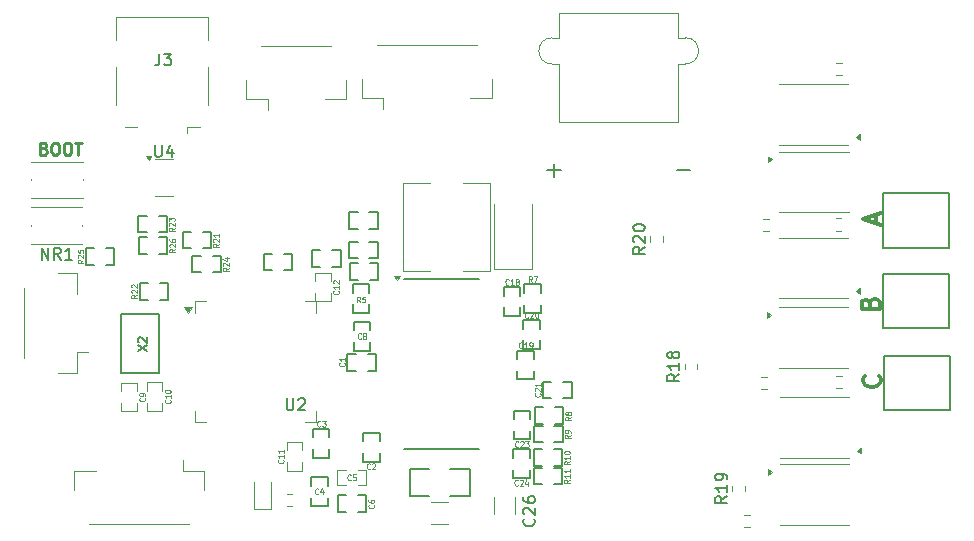
<source format=gbr>
%TF.GenerationSoftware,KiCad,Pcbnew,9.0.2*%
%TF.CreationDate,2025-10-22T09:47:40+03:00*%
%TF.ProjectId,aair_gimb_pcb,61616972-5f67-4696-9d62-5f7063622e6b,rev?*%
%TF.SameCoordinates,Original*%
%TF.FileFunction,Legend,Top*%
%TF.FilePolarity,Positive*%
%FSLAX46Y46*%
G04 Gerber Fmt 4.6, Leading zero omitted, Abs format (unit mm)*
G04 Created by KiCad (PCBNEW 9.0.2) date 2025-10-22 09:47:40*
%MOMM*%
%LPD*%
G01*
G04 APERTURE LIST*
%ADD10C,0.250000*%
%ADD11C,0.114300*%
%ADD12C,0.150000*%
%ADD13C,0.304800*%
%ADD14C,0.190500*%
%ADD15C,0.127000*%
%ADD16C,0.120000*%
%ADD17C,0.119380*%
%ADD18C,0.200660*%
G04 APERTURE END LIST*
D10*
X126035901Y-69990809D02*
X126178758Y-70038428D01*
X126178758Y-70038428D02*
X126226377Y-70086047D01*
X126226377Y-70086047D02*
X126273996Y-70181285D01*
X126273996Y-70181285D02*
X126273996Y-70324142D01*
X126273996Y-70324142D02*
X126226377Y-70419380D01*
X126226377Y-70419380D02*
X126178758Y-70467000D01*
X126178758Y-70467000D02*
X126083520Y-70514619D01*
X126083520Y-70514619D02*
X125702568Y-70514619D01*
X125702568Y-70514619D02*
X125702568Y-69514619D01*
X125702568Y-69514619D02*
X126035901Y-69514619D01*
X126035901Y-69514619D02*
X126131139Y-69562238D01*
X126131139Y-69562238D02*
X126178758Y-69609857D01*
X126178758Y-69609857D02*
X126226377Y-69705095D01*
X126226377Y-69705095D02*
X126226377Y-69800333D01*
X126226377Y-69800333D02*
X126178758Y-69895571D01*
X126178758Y-69895571D02*
X126131139Y-69943190D01*
X126131139Y-69943190D02*
X126035901Y-69990809D01*
X126035901Y-69990809D02*
X125702568Y-69990809D01*
X126893044Y-69514619D02*
X127083520Y-69514619D01*
X127083520Y-69514619D02*
X127178758Y-69562238D01*
X127178758Y-69562238D02*
X127273996Y-69657476D01*
X127273996Y-69657476D02*
X127321615Y-69847952D01*
X127321615Y-69847952D02*
X127321615Y-70181285D01*
X127321615Y-70181285D02*
X127273996Y-70371761D01*
X127273996Y-70371761D02*
X127178758Y-70467000D01*
X127178758Y-70467000D02*
X127083520Y-70514619D01*
X127083520Y-70514619D02*
X126893044Y-70514619D01*
X126893044Y-70514619D02*
X126797806Y-70467000D01*
X126797806Y-70467000D02*
X126702568Y-70371761D01*
X126702568Y-70371761D02*
X126654949Y-70181285D01*
X126654949Y-70181285D02*
X126654949Y-69847952D01*
X126654949Y-69847952D02*
X126702568Y-69657476D01*
X126702568Y-69657476D02*
X126797806Y-69562238D01*
X126797806Y-69562238D02*
X126893044Y-69514619D01*
X127940663Y-69514619D02*
X128131139Y-69514619D01*
X128131139Y-69514619D02*
X128226377Y-69562238D01*
X128226377Y-69562238D02*
X128321615Y-69657476D01*
X128321615Y-69657476D02*
X128369234Y-69847952D01*
X128369234Y-69847952D02*
X128369234Y-70181285D01*
X128369234Y-70181285D02*
X128321615Y-70371761D01*
X128321615Y-70371761D02*
X128226377Y-70467000D01*
X128226377Y-70467000D02*
X128131139Y-70514619D01*
X128131139Y-70514619D02*
X127940663Y-70514619D01*
X127940663Y-70514619D02*
X127845425Y-70467000D01*
X127845425Y-70467000D02*
X127750187Y-70371761D01*
X127750187Y-70371761D02*
X127702568Y-70181285D01*
X127702568Y-70181285D02*
X127702568Y-69847952D01*
X127702568Y-69847952D02*
X127750187Y-69657476D01*
X127750187Y-69657476D02*
X127845425Y-69562238D01*
X127845425Y-69562238D02*
X127940663Y-69514619D01*
X128654949Y-69514619D02*
X129226377Y-69514619D01*
X128940663Y-70514619D02*
X128940663Y-69514619D01*
D11*
X152823800Y-83025541D02*
X152671400Y-82787265D01*
X152562543Y-83025541D02*
X152562543Y-82525161D01*
X152562543Y-82525161D02*
X152736714Y-82525161D01*
X152736714Y-82525161D02*
X152780257Y-82548989D01*
X152780257Y-82548989D02*
X152802028Y-82572816D01*
X152802028Y-82572816D02*
X152823800Y-82620472D01*
X152823800Y-82620472D02*
X152823800Y-82691954D01*
X152823800Y-82691954D02*
X152802028Y-82739610D01*
X152802028Y-82739610D02*
X152780257Y-82763437D01*
X152780257Y-82763437D02*
X152736714Y-82787265D01*
X152736714Y-82787265D02*
X152562543Y-82787265D01*
X153237457Y-82525161D02*
X153019743Y-82525161D01*
X153019743Y-82525161D02*
X152997971Y-82763437D01*
X152997971Y-82763437D02*
X153019743Y-82739610D01*
X153019743Y-82739610D02*
X153063286Y-82715782D01*
X153063286Y-82715782D02*
X153172143Y-82715782D01*
X153172143Y-82715782D02*
X153215686Y-82739610D01*
X153215686Y-82739610D02*
X153237457Y-82763437D01*
X153237457Y-82763437D02*
X153259228Y-82811093D01*
X153259228Y-82811093D02*
X153259228Y-82930231D01*
X153259228Y-82930231D02*
X153237457Y-82977886D01*
X153237457Y-82977886D02*
X153215686Y-83001714D01*
X153215686Y-83001714D02*
X153172143Y-83025541D01*
X153172143Y-83025541D02*
X153063286Y-83025541D01*
X153063286Y-83025541D02*
X153019743Y-83001714D01*
X153019743Y-83001714D02*
X152997971Y-82977886D01*
X170622541Y-94262199D02*
X170384265Y-94414599D01*
X170622541Y-94523456D02*
X170122161Y-94523456D01*
X170122161Y-94523456D02*
X170122161Y-94349285D01*
X170122161Y-94349285D02*
X170145989Y-94305742D01*
X170145989Y-94305742D02*
X170169816Y-94283971D01*
X170169816Y-94283971D02*
X170217472Y-94262199D01*
X170217472Y-94262199D02*
X170288954Y-94262199D01*
X170288954Y-94262199D02*
X170336610Y-94283971D01*
X170336610Y-94283971D02*
X170360437Y-94305742D01*
X170360437Y-94305742D02*
X170384265Y-94349285D01*
X170384265Y-94349285D02*
X170384265Y-94523456D01*
X170622541Y-94044485D02*
X170622541Y-93957399D01*
X170622541Y-93957399D02*
X170598714Y-93913856D01*
X170598714Y-93913856D02*
X170574886Y-93892085D01*
X170574886Y-93892085D02*
X170503403Y-93848542D01*
X170503403Y-93848542D02*
X170408093Y-93826771D01*
X170408093Y-93826771D02*
X170217472Y-93826771D01*
X170217472Y-93826771D02*
X170169816Y-93848542D01*
X170169816Y-93848542D02*
X170145989Y-93870314D01*
X170145989Y-93870314D02*
X170122161Y-93913856D01*
X170122161Y-93913856D02*
X170122161Y-94000942D01*
X170122161Y-94000942D02*
X170145989Y-94044485D01*
X170145989Y-94044485D02*
X170169816Y-94066256D01*
X170169816Y-94066256D02*
X170217472Y-94088028D01*
X170217472Y-94088028D02*
X170336610Y-94088028D01*
X170336610Y-94088028D02*
X170384265Y-94066256D01*
X170384265Y-94066256D02*
X170408093Y-94044485D01*
X170408093Y-94044485D02*
X170431920Y-94000942D01*
X170431920Y-94000942D02*
X170431920Y-93913856D01*
X170431920Y-93913856D02*
X170408093Y-93870314D01*
X170408093Y-93870314D02*
X170384265Y-93848542D01*
X170384265Y-93848542D02*
X170336610Y-93826771D01*
X167347800Y-81302541D02*
X167195400Y-81064265D01*
X167086543Y-81302541D02*
X167086543Y-80802161D01*
X167086543Y-80802161D02*
X167260714Y-80802161D01*
X167260714Y-80802161D02*
X167304257Y-80825989D01*
X167304257Y-80825989D02*
X167326028Y-80849816D01*
X167326028Y-80849816D02*
X167347800Y-80897472D01*
X167347800Y-80897472D02*
X167347800Y-80968954D01*
X167347800Y-80968954D02*
X167326028Y-81016610D01*
X167326028Y-81016610D02*
X167304257Y-81040437D01*
X167304257Y-81040437D02*
X167260714Y-81064265D01*
X167260714Y-81064265D02*
X167086543Y-81064265D01*
X167500200Y-80802161D02*
X167805000Y-80802161D01*
X167805000Y-80802161D02*
X167609057Y-81302541D01*
D12*
X135438095Y-69704819D02*
X135438095Y-70514342D01*
X135438095Y-70514342D02*
X135485714Y-70609580D01*
X135485714Y-70609580D02*
X135533333Y-70657200D01*
X135533333Y-70657200D02*
X135628571Y-70704819D01*
X135628571Y-70704819D02*
X135819047Y-70704819D01*
X135819047Y-70704819D02*
X135914285Y-70657200D01*
X135914285Y-70657200D02*
X135961904Y-70609580D01*
X135961904Y-70609580D02*
X136009523Y-70514342D01*
X136009523Y-70514342D02*
X136009523Y-69704819D01*
X136914285Y-70038152D02*
X136914285Y-70704819D01*
X136676190Y-69657200D02*
X136438095Y-70371485D01*
X136438095Y-70371485D02*
X137057142Y-70371485D01*
X176924819Y-78317857D02*
X176448628Y-78651190D01*
X176924819Y-78889285D02*
X175924819Y-78889285D01*
X175924819Y-78889285D02*
X175924819Y-78508333D01*
X175924819Y-78508333D02*
X175972438Y-78413095D01*
X175972438Y-78413095D02*
X176020057Y-78365476D01*
X176020057Y-78365476D02*
X176115295Y-78317857D01*
X176115295Y-78317857D02*
X176258152Y-78317857D01*
X176258152Y-78317857D02*
X176353390Y-78365476D01*
X176353390Y-78365476D02*
X176401009Y-78413095D01*
X176401009Y-78413095D02*
X176448628Y-78508333D01*
X176448628Y-78508333D02*
X176448628Y-78889285D01*
X176020057Y-77936904D02*
X175972438Y-77889285D01*
X175972438Y-77889285D02*
X175924819Y-77794047D01*
X175924819Y-77794047D02*
X175924819Y-77555952D01*
X175924819Y-77555952D02*
X175972438Y-77460714D01*
X175972438Y-77460714D02*
X176020057Y-77413095D01*
X176020057Y-77413095D02*
X176115295Y-77365476D01*
X176115295Y-77365476D02*
X176210533Y-77365476D01*
X176210533Y-77365476D02*
X176353390Y-77413095D01*
X176353390Y-77413095D02*
X176924819Y-77984523D01*
X176924819Y-77984523D02*
X176924819Y-77365476D01*
X175924819Y-76746428D02*
X175924819Y-76651190D01*
X175924819Y-76651190D02*
X175972438Y-76555952D01*
X175972438Y-76555952D02*
X176020057Y-76508333D01*
X176020057Y-76508333D02*
X176115295Y-76460714D01*
X176115295Y-76460714D02*
X176305771Y-76413095D01*
X176305771Y-76413095D02*
X176543866Y-76413095D01*
X176543866Y-76413095D02*
X176734342Y-76460714D01*
X176734342Y-76460714D02*
X176829580Y-76508333D01*
X176829580Y-76508333D02*
X176877200Y-76555952D01*
X176877200Y-76555952D02*
X176924819Y-76651190D01*
X176924819Y-76651190D02*
X176924819Y-76746428D01*
X176924819Y-76746428D02*
X176877200Y-76841666D01*
X176877200Y-76841666D02*
X176829580Y-76889285D01*
X176829580Y-76889285D02*
X176734342Y-76936904D01*
X176734342Y-76936904D02*
X176543866Y-76984523D01*
X176543866Y-76984523D02*
X176305771Y-76984523D01*
X176305771Y-76984523D02*
X176115295Y-76936904D01*
X176115295Y-76936904D02*
X176020057Y-76889285D01*
X176020057Y-76889285D02*
X175972438Y-76841666D01*
X175972438Y-76841666D02*
X175924819Y-76746428D01*
D11*
X150973685Y-82031914D02*
X150997876Y-82053686D01*
X150997876Y-82053686D02*
X151022066Y-82119000D01*
X151022066Y-82119000D02*
X151022066Y-82162543D01*
X151022066Y-82162543D02*
X150997876Y-82227857D01*
X150997876Y-82227857D02*
X150949495Y-82271400D01*
X150949495Y-82271400D02*
X150901114Y-82293171D01*
X150901114Y-82293171D02*
X150804352Y-82314943D01*
X150804352Y-82314943D02*
X150731780Y-82314943D01*
X150731780Y-82314943D02*
X150635018Y-82293171D01*
X150635018Y-82293171D02*
X150586637Y-82271400D01*
X150586637Y-82271400D02*
X150538256Y-82227857D01*
X150538256Y-82227857D02*
X150514066Y-82162543D01*
X150514066Y-82162543D02*
X150514066Y-82119000D01*
X150514066Y-82119000D02*
X150538256Y-82053686D01*
X150538256Y-82053686D02*
X150562447Y-82031914D01*
X151022066Y-81596486D02*
X151022066Y-81857743D01*
X151022066Y-81727114D02*
X150514066Y-81727114D01*
X150514066Y-81727114D02*
X150586637Y-81770657D01*
X150586637Y-81770657D02*
X150635018Y-81814200D01*
X150635018Y-81814200D02*
X150659209Y-81857743D01*
X150562447Y-81422314D02*
X150538256Y-81400542D01*
X150538256Y-81400542D02*
X150514066Y-81357000D01*
X150514066Y-81357000D02*
X150514066Y-81248142D01*
X150514066Y-81248142D02*
X150538256Y-81204600D01*
X150538256Y-81204600D02*
X150562447Y-81182828D01*
X150562447Y-81182828D02*
X150610828Y-81161057D01*
X150610828Y-81161057D02*
X150659209Y-81161057D01*
X150659209Y-81161057D02*
X150731780Y-81182828D01*
X150731780Y-81182828D02*
X151022066Y-81444085D01*
X151022066Y-81444085D02*
X151022066Y-81161057D01*
D13*
X195990895Y-83091142D02*
X196063467Y-82873428D01*
X196063467Y-82873428D02*
X196136038Y-82800857D01*
X196136038Y-82800857D02*
X196281181Y-82728285D01*
X196281181Y-82728285D02*
X196498895Y-82728285D01*
X196498895Y-82728285D02*
X196644038Y-82800857D01*
X196644038Y-82800857D02*
X196716610Y-82873428D01*
X196716610Y-82873428D02*
X196789181Y-83018571D01*
X196789181Y-83018571D02*
X196789181Y-83599142D01*
X196789181Y-83599142D02*
X195265181Y-83599142D01*
X195265181Y-83599142D02*
X195265181Y-83091142D01*
X195265181Y-83091142D02*
X195337752Y-82946000D01*
X195337752Y-82946000D02*
X195410324Y-82873428D01*
X195410324Y-82873428D02*
X195555467Y-82800857D01*
X195555467Y-82800857D02*
X195700610Y-82800857D01*
X195700610Y-82800857D02*
X195845752Y-82873428D01*
X195845752Y-82873428D02*
X195918324Y-82946000D01*
X195918324Y-82946000D02*
X195990895Y-83091142D01*
X195990895Y-83091142D02*
X195990895Y-83599142D01*
D11*
X149273800Y-99227886D02*
X149252028Y-99251714D01*
X149252028Y-99251714D02*
X149186714Y-99275541D01*
X149186714Y-99275541D02*
X149143171Y-99275541D01*
X149143171Y-99275541D02*
X149077857Y-99251714D01*
X149077857Y-99251714D02*
X149034314Y-99204058D01*
X149034314Y-99204058D02*
X149012543Y-99156403D01*
X149012543Y-99156403D02*
X148990771Y-99061093D01*
X148990771Y-99061093D02*
X148990771Y-98989610D01*
X148990771Y-98989610D02*
X149012543Y-98894299D01*
X149012543Y-98894299D02*
X149034314Y-98846644D01*
X149034314Y-98846644D02*
X149077857Y-98798989D01*
X149077857Y-98798989D02*
X149143171Y-98775161D01*
X149143171Y-98775161D02*
X149186714Y-98775161D01*
X149186714Y-98775161D02*
X149252028Y-98798989D01*
X149252028Y-98798989D02*
X149273800Y-98822816D01*
X149665686Y-98941954D02*
X149665686Y-99275541D01*
X149556828Y-98751334D02*
X149447971Y-99108748D01*
X149447971Y-99108748D02*
X149731000Y-99108748D01*
X167030085Y-84280886D02*
X167008313Y-84304714D01*
X167008313Y-84304714D02*
X166942999Y-84328541D01*
X166942999Y-84328541D02*
X166899456Y-84328541D01*
X166899456Y-84328541D02*
X166834142Y-84304714D01*
X166834142Y-84304714D02*
X166790599Y-84257058D01*
X166790599Y-84257058D02*
X166768828Y-84209403D01*
X166768828Y-84209403D02*
X166747056Y-84114093D01*
X166747056Y-84114093D02*
X166747056Y-84042610D01*
X166747056Y-84042610D02*
X166768828Y-83947299D01*
X166768828Y-83947299D02*
X166790599Y-83899644D01*
X166790599Y-83899644D02*
X166834142Y-83851989D01*
X166834142Y-83851989D02*
X166899456Y-83828161D01*
X166899456Y-83828161D02*
X166942999Y-83828161D01*
X166942999Y-83828161D02*
X167008313Y-83851989D01*
X167008313Y-83851989D02*
X167030085Y-83875816D01*
X167204256Y-83875816D02*
X167226028Y-83851989D01*
X167226028Y-83851989D02*
X167269571Y-83828161D01*
X167269571Y-83828161D02*
X167378428Y-83828161D01*
X167378428Y-83828161D02*
X167421971Y-83851989D01*
X167421971Y-83851989D02*
X167443742Y-83875816D01*
X167443742Y-83875816D02*
X167465513Y-83923472D01*
X167465513Y-83923472D02*
X167465513Y-83971127D01*
X167465513Y-83971127D02*
X167443742Y-84042610D01*
X167443742Y-84042610D02*
X167182485Y-84328541D01*
X167182485Y-84328541D02*
X167465513Y-84328541D01*
X167748542Y-83828161D02*
X167792085Y-83828161D01*
X167792085Y-83828161D02*
X167835628Y-83851989D01*
X167835628Y-83851989D02*
X167857400Y-83875816D01*
X167857400Y-83875816D02*
X167879171Y-83923472D01*
X167879171Y-83923472D02*
X167900942Y-84018782D01*
X167900942Y-84018782D02*
X167900942Y-84137920D01*
X167900942Y-84137920D02*
X167879171Y-84233231D01*
X167879171Y-84233231D02*
X167857400Y-84280886D01*
X167857400Y-84280886D02*
X167835628Y-84304714D01*
X167835628Y-84304714D02*
X167792085Y-84328541D01*
X167792085Y-84328541D02*
X167748542Y-84328541D01*
X167748542Y-84328541D02*
X167705000Y-84304714D01*
X167705000Y-84304714D02*
X167683228Y-84280886D01*
X167683228Y-84280886D02*
X167661457Y-84233231D01*
X167661457Y-84233231D02*
X167639685Y-84137920D01*
X167639685Y-84137920D02*
X167639685Y-84018782D01*
X167639685Y-84018782D02*
X167661457Y-83923472D01*
X167661457Y-83923472D02*
X167683228Y-83875816D01*
X167683228Y-83875816D02*
X167705000Y-83851989D01*
X167705000Y-83851989D02*
X167748542Y-83828161D01*
X152011800Y-98030685D02*
X151990028Y-98054876D01*
X151990028Y-98054876D02*
X151924714Y-98079066D01*
X151924714Y-98079066D02*
X151881171Y-98079066D01*
X151881171Y-98079066D02*
X151815857Y-98054876D01*
X151815857Y-98054876D02*
X151772314Y-98006495D01*
X151772314Y-98006495D02*
X151750543Y-97958114D01*
X151750543Y-97958114D02*
X151728771Y-97861352D01*
X151728771Y-97861352D02*
X151728771Y-97788780D01*
X151728771Y-97788780D02*
X151750543Y-97692018D01*
X151750543Y-97692018D02*
X151772314Y-97643637D01*
X151772314Y-97643637D02*
X151815857Y-97595256D01*
X151815857Y-97595256D02*
X151881171Y-97571066D01*
X151881171Y-97571066D02*
X151924714Y-97571066D01*
X151924714Y-97571066D02*
X151990028Y-97595256D01*
X151990028Y-97595256D02*
X152011800Y-97619447D01*
X152425457Y-97571066D02*
X152207743Y-97571066D01*
X152207743Y-97571066D02*
X152185971Y-97812971D01*
X152185971Y-97812971D02*
X152207743Y-97788780D01*
X152207743Y-97788780D02*
X152251286Y-97764590D01*
X152251286Y-97764590D02*
X152360143Y-97764590D01*
X152360143Y-97764590D02*
X152403686Y-97788780D01*
X152403686Y-97788780D02*
X152425457Y-97812971D01*
X152425457Y-97812971D02*
X152447228Y-97861352D01*
X152447228Y-97861352D02*
X152447228Y-97982304D01*
X152447228Y-97982304D02*
X152425457Y-98030685D01*
X152425457Y-98030685D02*
X152403686Y-98054876D01*
X152403686Y-98054876D02*
X152360143Y-98079066D01*
X152360143Y-98079066D02*
X152251286Y-98079066D01*
X152251286Y-98079066D02*
X152207743Y-98054876D01*
X152207743Y-98054876D02*
X152185971Y-98030685D01*
X137148541Y-78517914D02*
X136910265Y-78670314D01*
X137148541Y-78779171D02*
X136648161Y-78779171D01*
X136648161Y-78779171D02*
X136648161Y-78605000D01*
X136648161Y-78605000D02*
X136671989Y-78561457D01*
X136671989Y-78561457D02*
X136695816Y-78539686D01*
X136695816Y-78539686D02*
X136743472Y-78517914D01*
X136743472Y-78517914D02*
X136814954Y-78517914D01*
X136814954Y-78517914D02*
X136862610Y-78539686D01*
X136862610Y-78539686D02*
X136886437Y-78561457D01*
X136886437Y-78561457D02*
X136910265Y-78605000D01*
X136910265Y-78605000D02*
X136910265Y-78779171D01*
X136695816Y-78343743D02*
X136671989Y-78321971D01*
X136671989Y-78321971D02*
X136648161Y-78278429D01*
X136648161Y-78278429D02*
X136648161Y-78169571D01*
X136648161Y-78169571D02*
X136671989Y-78126029D01*
X136671989Y-78126029D02*
X136695816Y-78104257D01*
X136695816Y-78104257D02*
X136743472Y-78082486D01*
X136743472Y-78082486D02*
X136791127Y-78082486D01*
X136791127Y-78082486D02*
X136862610Y-78104257D01*
X136862610Y-78104257D02*
X137148541Y-78365514D01*
X137148541Y-78365514D02*
X137148541Y-78082486D01*
X136648161Y-77690600D02*
X136648161Y-77777685D01*
X136648161Y-77777685D02*
X136671989Y-77821228D01*
X136671989Y-77821228D02*
X136695816Y-77843000D01*
X136695816Y-77843000D02*
X136767299Y-77886542D01*
X136767299Y-77886542D02*
X136862610Y-77908314D01*
X136862610Y-77908314D02*
X137053231Y-77908314D01*
X137053231Y-77908314D02*
X137100886Y-77886542D01*
X137100886Y-77886542D02*
X137124714Y-77864771D01*
X137124714Y-77864771D02*
X137148541Y-77821228D01*
X137148541Y-77821228D02*
X137148541Y-77734142D01*
X137148541Y-77734142D02*
X137124714Y-77690600D01*
X137124714Y-77690600D02*
X137100886Y-77668828D01*
X137100886Y-77668828D02*
X137053231Y-77647057D01*
X137053231Y-77647057D02*
X136934093Y-77647057D01*
X136934093Y-77647057D02*
X136886437Y-77668828D01*
X136886437Y-77668828D02*
X136862610Y-77690600D01*
X136862610Y-77690600D02*
X136838782Y-77734142D01*
X136838782Y-77734142D02*
X136838782Y-77821228D01*
X136838782Y-77821228D02*
X136862610Y-77864771D01*
X136862610Y-77864771D02*
X136886437Y-77886542D01*
X136886437Y-77886542D02*
X136934093Y-77908314D01*
X166530085Y-86854886D02*
X166508313Y-86878714D01*
X166508313Y-86878714D02*
X166442999Y-86902541D01*
X166442999Y-86902541D02*
X166399456Y-86902541D01*
X166399456Y-86902541D02*
X166334142Y-86878714D01*
X166334142Y-86878714D02*
X166290599Y-86831058D01*
X166290599Y-86831058D02*
X166268828Y-86783403D01*
X166268828Y-86783403D02*
X166247056Y-86688093D01*
X166247056Y-86688093D02*
X166247056Y-86616610D01*
X166247056Y-86616610D02*
X166268828Y-86521299D01*
X166268828Y-86521299D02*
X166290599Y-86473644D01*
X166290599Y-86473644D02*
X166334142Y-86425989D01*
X166334142Y-86425989D02*
X166399456Y-86402161D01*
X166399456Y-86402161D02*
X166442999Y-86402161D01*
X166442999Y-86402161D02*
X166508313Y-86425989D01*
X166508313Y-86425989D02*
X166530085Y-86449816D01*
X166965513Y-86902541D02*
X166704256Y-86902541D01*
X166834885Y-86902541D02*
X166834885Y-86402161D01*
X166834885Y-86402161D02*
X166791342Y-86473644D01*
X166791342Y-86473644D02*
X166747799Y-86521299D01*
X166747799Y-86521299D02*
X166704256Y-86545127D01*
X167183228Y-86902541D02*
X167270314Y-86902541D01*
X167270314Y-86902541D02*
X167313857Y-86878714D01*
X167313857Y-86878714D02*
X167335628Y-86854886D01*
X167335628Y-86854886D02*
X167379171Y-86783403D01*
X167379171Y-86783403D02*
X167400942Y-86688093D01*
X167400942Y-86688093D02*
X167400942Y-86497472D01*
X167400942Y-86497472D02*
X167379171Y-86449816D01*
X167379171Y-86449816D02*
X167357400Y-86425989D01*
X167357400Y-86425989D02*
X167313857Y-86402161D01*
X167313857Y-86402161D02*
X167226771Y-86402161D01*
X167226771Y-86402161D02*
X167183228Y-86425989D01*
X167183228Y-86425989D02*
X167161457Y-86449816D01*
X167161457Y-86449816D02*
X167139685Y-86497472D01*
X167139685Y-86497472D02*
X167139685Y-86616610D01*
X167139685Y-86616610D02*
X167161457Y-86664265D01*
X167161457Y-86664265D02*
X167183228Y-86688093D01*
X167183228Y-86688093D02*
X167226771Y-86711920D01*
X167226771Y-86711920D02*
X167313857Y-86711920D01*
X167313857Y-86711920D02*
X167357400Y-86688093D01*
X167357400Y-86688093D02*
X167379171Y-86664265D01*
X167379171Y-86664265D02*
X167400942Y-86616610D01*
D12*
X135816666Y-61954819D02*
X135816666Y-62669104D01*
X135816666Y-62669104D02*
X135769047Y-62811961D01*
X135769047Y-62811961D02*
X135673809Y-62907200D01*
X135673809Y-62907200D02*
X135530952Y-62954819D01*
X135530952Y-62954819D02*
X135435714Y-62954819D01*
X136197619Y-61954819D02*
X136816666Y-61954819D01*
X136816666Y-61954819D02*
X136483333Y-62335771D01*
X136483333Y-62335771D02*
X136626190Y-62335771D01*
X136626190Y-62335771D02*
X136721428Y-62383390D01*
X136721428Y-62383390D02*
X136769047Y-62431009D01*
X136769047Y-62431009D02*
X136816666Y-62526247D01*
X136816666Y-62526247D02*
X136816666Y-62764342D01*
X136816666Y-62764342D02*
X136769047Y-62859580D01*
X136769047Y-62859580D02*
X136721428Y-62907200D01*
X136721428Y-62907200D02*
X136626190Y-62954819D01*
X136626190Y-62954819D02*
X136340476Y-62954819D01*
X136340476Y-62954819D02*
X136245238Y-62907200D01*
X136245238Y-62907200D02*
X136197619Y-62859580D01*
D11*
X168042886Y-90719914D02*
X168066714Y-90741686D01*
X168066714Y-90741686D02*
X168090541Y-90807000D01*
X168090541Y-90807000D02*
X168090541Y-90850543D01*
X168090541Y-90850543D02*
X168066714Y-90915857D01*
X168066714Y-90915857D02*
X168019058Y-90959400D01*
X168019058Y-90959400D02*
X167971403Y-90981171D01*
X167971403Y-90981171D02*
X167876093Y-91002943D01*
X167876093Y-91002943D02*
X167804610Y-91002943D01*
X167804610Y-91002943D02*
X167709299Y-90981171D01*
X167709299Y-90981171D02*
X167661644Y-90959400D01*
X167661644Y-90959400D02*
X167613989Y-90915857D01*
X167613989Y-90915857D02*
X167590161Y-90850543D01*
X167590161Y-90850543D02*
X167590161Y-90807000D01*
X167590161Y-90807000D02*
X167613989Y-90741686D01*
X167613989Y-90741686D02*
X167637816Y-90719914D01*
X167637816Y-90545743D02*
X167613989Y-90523971D01*
X167613989Y-90523971D02*
X167590161Y-90480429D01*
X167590161Y-90480429D02*
X167590161Y-90371571D01*
X167590161Y-90371571D02*
X167613989Y-90328029D01*
X167613989Y-90328029D02*
X167637816Y-90306257D01*
X167637816Y-90306257D02*
X167685472Y-90284486D01*
X167685472Y-90284486D02*
X167733127Y-90284486D01*
X167733127Y-90284486D02*
X167804610Y-90306257D01*
X167804610Y-90306257D02*
X168090541Y-90567514D01*
X168090541Y-90567514D02*
X168090541Y-90284486D01*
X168090541Y-89849057D02*
X168090541Y-90110314D01*
X168090541Y-89979685D02*
X167590161Y-89979685D01*
X167590161Y-89979685D02*
X167661644Y-90023228D01*
X167661644Y-90023228D02*
X167709299Y-90066771D01*
X167709299Y-90066771D02*
X167733127Y-90110314D01*
X166156085Y-98486886D02*
X166134313Y-98510714D01*
X166134313Y-98510714D02*
X166068999Y-98534541D01*
X166068999Y-98534541D02*
X166025456Y-98534541D01*
X166025456Y-98534541D02*
X165960142Y-98510714D01*
X165960142Y-98510714D02*
X165916599Y-98463058D01*
X165916599Y-98463058D02*
X165894828Y-98415403D01*
X165894828Y-98415403D02*
X165873056Y-98320093D01*
X165873056Y-98320093D02*
X165873056Y-98248610D01*
X165873056Y-98248610D02*
X165894828Y-98153299D01*
X165894828Y-98153299D02*
X165916599Y-98105644D01*
X165916599Y-98105644D02*
X165960142Y-98057989D01*
X165960142Y-98057989D02*
X166025456Y-98034161D01*
X166025456Y-98034161D02*
X166068999Y-98034161D01*
X166068999Y-98034161D02*
X166134313Y-98057989D01*
X166134313Y-98057989D02*
X166156085Y-98081816D01*
X166330256Y-98081816D02*
X166352028Y-98057989D01*
X166352028Y-98057989D02*
X166395571Y-98034161D01*
X166395571Y-98034161D02*
X166504428Y-98034161D01*
X166504428Y-98034161D02*
X166547971Y-98057989D01*
X166547971Y-98057989D02*
X166569742Y-98081816D01*
X166569742Y-98081816D02*
X166591513Y-98129472D01*
X166591513Y-98129472D02*
X166591513Y-98177127D01*
X166591513Y-98177127D02*
X166569742Y-98248610D01*
X166569742Y-98248610D02*
X166308485Y-98534541D01*
X166308485Y-98534541D02*
X166591513Y-98534541D01*
X166983400Y-98200954D02*
X166983400Y-98534541D01*
X166874542Y-98010334D02*
X166765685Y-98367748D01*
X166765685Y-98367748D02*
X167048714Y-98367748D01*
X134573685Y-91126199D02*
X134597876Y-91147971D01*
X134597876Y-91147971D02*
X134622066Y-91213285D01*
X134622066Y-91213285D02*
X134622066Y-91256828D01*
X134622066Y-91256828D02*
X134597876Y-91322142D01*
X134597876Y-91322142D02*
X134549495Y-91365685D01*
X134549495Y-91365685D02*
X134501114Y-91387456D01*
X134501114Y-91387456D02*
X134404352Y-91409228D01*
X134404352Y-91409228D02*
X134331780Y-91409228D01*
X134331780Y-91409228D02*
X134235018Y-91387456D01*
X134235018Y-91387456D02*
X134186637Y-91365685D01*
X134186637Y-91365685D02*
X134138256Y-91322142D01*
X134138256Y-91322142D02*
X134114066Y-91256828D01*
X134114066Y-91256828D02*
X134114066Y-91213285D01*
X134114066Y-91213285D02*
X134138256Y-91147971D01*
X134138256Y-91147971D02*
X134162447Y-91126199D01*
X134622066Y-90908485D02*
X134622066Y-90821399D01*
X134622066Y-90821399D02*
X134597876Y-90777856D01*
X134597876Y-90777856D02*
X134573685Y-90756085D01*
X134573685Y-90756085D02*
X134501114Y-90712542D01*
X134501114Y-90712542D02*
X134404352Y-90690771D01*
X134404352Y-90690771D02*
X134210828Y-90690771D01*
X134210828Y-90690771D02*
X134162447Y-90712542D01*
X134162447Y-90712542D02*
X134138256Y-90734314D01*
X134138256Y-90734314D02*
X134114066Y-90777856D01*
X134114066Y-90777856D02*
X134114066Y-90864942D01*
X134114066Y-90864942D02*
X134138256Y-90908485D01*
X134138256Y-90908485D02*
X134162447Y-90930256D01*
X134162447Y-90930256D02*
X134210828Y-90952028D01*
X134210828Y-90952028D02*
X134331780Y-90952028D01*
X134331780Y-90952028D02*
X134380161Y-90930256D01*
X134380161Y-90930256D02*
X134404352Y-90908485D01*
X134404352Y-90908485D02*
X134428542Y-90864942D01*
X134428542Y-90864942D02*
X134428542Y-90777856D01*
X134428542Y-90777856D02*
X134404352Y-90734314D01*
X134404352Y-90734314D02*
X134380161Y-90712542D01*
X134380161Y-90712542D02*
X134331780Y-90690771D01*
X170572541Y-96479914D02*
X170334265Y-96632314D01*
X170572541Y-96741171D02*
X170072161Y-96741171D01*
X170072161Y-96741171D02*
X170072161Y-96567000D01*
X170072161Y-96567000D02*
X170095989Y-96523457D01*
X170095989Y-96523457D02*
X170119816Y-96501686D01*
X170119816Y-96501686D02*
X170167472Y-96479914D01*
X170167472Y-96479914D02*
X170238954Y-96479914D01*
X170238954Y-96479914D02*
X170286610Y-96501686D01*
X170286610Y-96501686D02*
X170310437Y-96523457D01*
X170310437Y-96523457D02*
X170334265Y-96567000D01*
X170334265Y-96567000D02*
X170334265Y-96741171D01*
X170572541Y-96044486D02*
X170572541Y-96305743D01*
X170572541Y-96175114D02*
X170072161Y-96175114D01*
X170072161Y-96175114D02*
X170143644Y-96218657D01*
X170143644Y-96218657D02*
X170191299Y-96262200D01*
X170191299Y-96262200D02*
X170215127Y-96305743D01*
X170072161Y-95761457D02*
X170072161Y-95717914D01*
X170072161Y-95717914D02*
X170095989Y-95674371D01*
X170095989Y-95674371D02*
X170119816Y-95652600D01*
X170119816Y-95652600D02*
X170167472Y-95630828D01*
X170167472Y-95630828D02*
X170262782Y-95609057D01*
X170262782Y-95609057D02*
X170381920Y-95609057D01*
X170381920Y-95609057D02*
X170477231Y-95630828D01*
X170477231Y-95630828D02*
X170524886Y-95652600D01*
X170524886Y-95652600D02*
X170548714Y-95674371D01*
X170548714Y-95674371D02*
X170572541Y-95717914D01*
X170572541Y-95717914D02*
X170572541Y-95761457D01*
X170572541Y-95761457D02*
X170548714Y-95805000D01*
X170548714Y-95805000D02*
X170524886Y-95826771D01*
X170524886Y-95826771D02*
X170477231Y-95848542D01*
X170477231Y-95848542D02*
X170381920Y-95870314D01*
X170381920Y-95870314D02*
X170262782Y-95870314D01*
X170262782Y-95870314D02*
X170167472Y-95848542D01*
X170167472Y-95848542D02*
X170119816Y-95826771D01*
X170119816Y-95826771D02*
X170095989Y-95805000D01*
X170095989Y-95805000D02*
X170072161Y-95761457D01*
D12*
X146588095Y-91154819D02*
X146588095Y-91964342D01*
X146588095Y-91964342D02*
X146635714Y-92059580D01*
X146635714Y-92059580D02*
X146683333Y-92107200D01*
X146683333Y-92107200D02*
X146778571Y-92154819D01*
X146778571Y-92154819D02*
X146969047Y-92154819D01*
X146969047Y-92154819D02*
X147064285Y-92107200D01*
X147064285Y-92107200D02*
X147111904Y-92059580D01*
X147111904Y-92059580D02*
X147159523Y-91964342D01*
X147159523Y-91964342D02*
X147159523Y-91154819D01*
X147588095Y-91250057D02*
X147635714Y-91202438D01*
X147635714Y-91202438D02*
X147730952Y-91154819D01*
X147730952Y-91154819D02*
X147969047Y-91154819D01*
X147969047Y-91154819D02*
X148064285Y-91202438D01*
X148064285Y-91202438D02*
X148111904Y-91250057D01*
X148111904Y-91250057D02*
X148159523Y-91345295D01*
X148159523Y-91345295D02*
X148159523Y-91440533D01*
X148159523Y-91440533D02*
X148111904Y-91583390D01*
X148111904Y-91583390D02*
X147540476Y-92154819D01*
X147540476Y-92154819D02*
X148159523Y-92154819D01*
D11*
X129378541Y-79419914D02*
X129140265Y-79572314D01*
X129378541Y-79681171D02*
X128878161Y-79681171D01*
X128878161Y-79681171D02*
X128878161Y-79507000D01*
X128878161Y-79507000D02*
X128901989Y-79463457D01*
X128901989Y-79463457D02*
X128925816Y-79441686D01*
X128925816Y-79441686D02*
X128973472Y-79419914D01*
X128973472Y-79419914D02*
X129044954Y-79419914D01*
X129044954Y-79419914D02*
X129092610Y-79441686D01*
X129092610Y-79441686D02*
X129116437Y-79463457D01*
X129116437Y-79463457D02*
X129140265Y-79507000D01*
X129140265Y-79507000D02*
X129140265Y-79681171D01*
X128925816Y-79245743D02*
X128901989Y-79223971D01*
X128901989Y-79223971D02*
X128878161Y-79180429D01*
X128878161Y-79180429D02*
X128878161Y-79071571D01*
X128878161Y-79071571D02*
X128901989Y-79028029D01*
X128901989Y-79028029D02*
X128925816Y-79006257D01*
X128925816Y-79006257D02*
X128973472Y-78984486D01*
X128973472Y-78984486D02*
X129021127Y-78984486D01*
X129021127Y-78984486D02*
X129092610Y-79006257D01*
X129092610Y-79006257D02*
X129378541Y-79267514D01*
X129378541Y-79267514D02*
X129378541Y-78984486D01*
X128878161Y-78570828D02*
X128878161Y-78788542D01*
X128878161Y-78788542D02*
X129116437Y-78810314D01*
X129116437Y-78810314D02*
X129092610Y-78788542D01*
X129092610Y-78788542D02*
X129068782Y-78745000D01*
X129068782Y-78745000D02*
X129068782Y-78636142D01*
X129068782Y-78636142D02*
X129092610Y-78592600D01*
X129092610Y-78592600D02*
X129116437Y-78570828D01*
X129116437Y-78570828D02*
X129164093Y-78549057D01*
X129164093Y-78549057D02*
X129283231Y-78549057D01*
X129283231Y-78549057D02*
X129330886Y-78570828D01*
X129330886Y-78570828D02*
X129354714Y-78592600D01*
X129354714Y-78592600D02*
X129378541Y-78636142D01*
X129378541Y-78636142D02*
X129378541Y-78745000D01*
X129378541Y-78745000D02*
X129354714Y-78788542D01*
X129354714Y-78788542D02*
X129330886Y-78810314D01*
X153649800Y-97100886D02*
X153628028Y-97124714D01*
X153628028Y-97124714D02*
X153562714Y-97148541D01*
X153562714Y-97148541D02*
X153519171Y-97148541D01*
X153519171Y-97148541D02*
X153453857Y-97124714D01*
X153453857Y-97124714D02*
X153410314Y-97077058D01*
X153410314Y-97077058D02*
X153388543Y-97029403D01*
X153388543Y-97029403D02*
X153366771Y-96934093D01*
X153366771Y-96934093D02*
X153366771Y-96862610D01*
X153366771Y-96862610D02*
X153388543Y-96767299D01*
X153388543Y-96767299D02*
X153410314Y-96719644D01*
X153410314Y-96719644D02*
X153453857Y-96671989D01*
X153453857Y-96671989D02*
X153519171Y-96648161D01*
X153519171Y-96648161D02*
X153562714Y-96648161D01*
X153562714Y-96648161D02*
X153628028Y-96671989D01*
X153628028Y-96671989D02*
X153649800Y-96695816D01*
X153823971Y-96695816D02*
X153845743Y-96671989D01*
X153845743Y-96671989D02*
X153889286Y-96648161D01*
X153889286Y-96648161D02*
X153998143Y-96648161D01*
X153998143Y-96648161D02*
X154041686Y-96671989D01*
X154041686Y-96671989D02*
X154063457Y-96695816D01*
X154063457Y-96695816D02*
X154085228Y-96743472D01*
X154085228Y-96743472D02*
X154085228Y-96791127D01*
X154085228Y-96791127D02*
X154063457Y-96862610D01*
X154063457Y-96862610D02*
X153802200Y-97148541D01*
X153802200Y-97148541D02*
X154085228Y-97148541D01*
D13*
X196453752Y-76312857D02*
X196453752Y-75587143D01*
X196889181Y-76458000D02*
X195365181Y-75950000D01*
X195365181Y-75950000D02*
X196889181Y-75442000D01*
D11*
X170572541Y-98029914D02*
X170334265Y-98182314D01*
X170572541Y-98291171D02*
X170072161Y-98291171D01*
X170072161Y-98291171D02*
X170072161Y-98117000D01*
X170072161Y-98117000D02*
X170095989Y-98073457D01*
X170095989Y-98073457D02*
X170119816Y-98051686D01*
X170119816Y-98051686D02*
X170167472Y-98029914D01*
X170167472Y-98029914D02*
X170238954Y-98029914D01*
X170238954Y-98029914D02*
X170286610Y-98051686D01*
X170286610Y-98051686D02*
X170310437Y-98073457D01*
X170310437Y-98073457D02*
X170334265Y-98117000D01*
X170334265Y-98117000D02*
X170334265Y-98291171D01*
X170572541Y-97594486D02*
X170572541Y-97855743D01*
X170572541Y-97725114D02*
X170072161Y-97725114D01*
X170072161Y-97725114D02*
X170143644Y-97768657D01*
X170143644Y-97768657D02*
X170191299Y-97812200D01*
X170191299Y-97812200D02*
X170215127Y-97855743D01*
X170572541Y-97159057D02*
X170572541Y-97420314D01*
X170572541Y-97289685D02*
X170072161Y-97289685D01*
X170072161Y-97289685D02*
X170143644Y-97333228D01*
X170143644Y-97333228D02*
X170191299Y-97376771D01*
X170191299Y-97376771D02*
X170215127Y-97420314D01*
X153950886Y-100150199D02*
X153974714Y-100171971D01*
X153974714Y-100171971D02*
X153998541Y-100237285D01*
X153998541Y-100237285D02*
X153998541Y-100280828D01*
X153998541Y-100280828D02*
X153974714Y-100346142D01*
X153974714Y-100346142D02*
X153927058Y-100389685D01*
X153927058Y-100389685D02*
X153879403Y-100411456D01*
X153879403Y-100411456D02*
X153784093Y-100433228D01*
X153784093Y-100433228D02*
X153712610Y-100433228D01*
X153712610Y-100433228D02*
X153617299Y-100411456D01*
X153617299Y-100411456D02*
X153569644Y-100389685D01*
X153569644Y-100389685D02*
X153521989Y-100346142D01*
X153521989Y-100346142D02*
X153498161Y-100280828D01*
X153498161Y-100280828D02*
X153498161Y-100237285D01*
X153498161Y-100237285D02*
X153521989Y-100171971D01*
X153521989Y-100171971D02*
X153545816Y-100150199D01*
X153498161Y-99758314D02*
X153498161Y-99845399D01*
X153498161Y-99845399D02*
X153521989Y-99888942D01*
X153521989Y-99888942D02*
X153545816Y-99910714D01*
X153545816Y-99910714D02*
X153617299Y-99954256D01*
X153617299Y-99954256D02*
X153712610Y-99976028D01*
X153712610Y-99976028D02*
X153903231Y-99976028D01*
X153903231Y-99976028D02*
X153950886Y-99954256D01*
X153950886Y-99954256D02*
X153974714Y-99932485D01*
X153974714Y-99932485D02*
X153998541Y-99888942D01*
X153998541Y-99888942D02*
X153998541Y-99801856D01*
X153998541Y-99801856D02*
X153974714Y-99758314D01*
X153974714Y-99758314D02*
X153950886Y-99736542D01*
X153950886Y-99736542D02*
X153903231Y-99714771D01*
X153903231Y-99714771D02*
X153784093Y-99714771D01*
X153784093Y-99714771D02*
X153736437Y-99736542D01*
X153736437Y-99736542D02*
X153712610Y-99758314D01*
X153712610Y-99758314D02*
X153688782Y-99801856D01*
X153688782Y-99801856D02*
X153688782Y-99888942D01*
X153688782Y-99888942D02*
X153712610Y-99932485D01*
X153712610Y-99932485D02*
X153736437Y-99954256D01*
X153736437Y-99954256D02*
X153784093Y-99976028D01*
X166206085Y-95224886D02*
X166184313Y-95248714D01*
X166184313Y-95248714D02*
X166118999Y-95272541D01*
X166118999Y-95272541D02*
X166075456Y-95272541D01*
X166075456Y-95272541D02*
X166010142Y-95248714D01*
X166010142Y-95248714D02*
X165966599Y-95201058D01*
X165966599Y-95201058D02*
X165944828Y-95153403D01*
X165944828Y-95153403D02*
X165923056Y-95058093D01*
X165923056Y-95058093D02*
X165923056Y-94986610D01*
X165923056Y-94986610D02*
X165944828Y-94891299D01*
X165944828Y-94891299D02*
X165966599Y-94843644D01*
X165966599Y-94843644D02*
X166010142Y-94795989D01*
X166010142Y-94795989D02*
X166075456Y-94772161D01*
X166075456Y-94772161D02*
X166118999Y-94772161D01*
X166118999Y-94772161D02*
X166184313Y-94795989D01*
X166184313Y-94795989D02*
X166206085Y-94819816D01*
X166380256Y-94819816D02*
X166402028Y-94795989D01*
X166402028Y-94795989D02*
X166445571Y-94772161D01*
X166445571Y-94772161D02*
X166554428Y-94772161D01*
X166554428Y-94772161D02*
X166597971Y-94795989D01*
X166597971Y-94795989D02*
X166619742Y-94819816D01*
X166619742Y-94819816D02*
X166641513Y-94867472D01*
X166641513Y-94867472D02*
X166641513Y-94915127D01*
X166641513Y-94915127D02*
X166619742Y-94986610D01*
X166619742Y-94986610D02*
X166358485Y-95272541D01*
X166358485Y-95272541D02*
X166641513Y-95272541D01*
X166793914Y-94772161D02*
X167076942Y-94772161D01*
X167076942Y-94772161D02*
X166924542Y-94962782D01*
X166924542Y-94962782D02*
X166989857Y-94962782D01*
X166989857Y-94962782D02*
X167033400Y-94986610D01*
X167033400Y-94986610D02*
X167055171Y-95010437D01*
X167055171Y-95010437D02*
X167076942Y-95058093D01*
X167076942Y-95058093D02*
X167076942Y-95177231D01*
X167076942Y-95177231D02*
X167055171Y-95224886D01*
X167055171Y-95224886D02*
X167033400Y-95248714D01*
X167033400Y-95248714D02*
X166989857Y-95272541D01*
X166989857Y-95272541D02*
X166859228Y-95272541D01*
X166859228Y-95272541D02*
X166815685Y-95248714D01*
X166815685Y-95248714D02*
X166793914Y-95224886D01*
X133940541Y-82369914D02*
X133702265Y-82522314D01*
X133940541Y-82631171D02*
X133440161Y-82631171D01*
X133440161Y-82631171D02*
X133440161Y-82457000D01*
X133440161Y-82457000D02*
X133463989Y-82413457D01*
X133463989Y-82413457D02*
X133487816Y-82391686D01*
X133487816Y-82391686D02*
X133535472Y-82369914D01*
X133535472Y-82369914D02*
X133606954Y-82369914D01*
X133606954Y-82369914D02*
X133654610Y-82391686D01*
X133654610Y-82391686D02*
X133678437Y-82413457D01*
X133678437Y-82413457D02*
X133702265Y-82457000D01*
X133702265Y-82457000D02*
X133702265Y-82631171D01*
X133487816Y-82195743D02*
X133463989Y-82173971D01*
X133463989Y-82173971D02*
X133440161Y-82130429D01*
X133440161Y-82130429D02*
X133440161Y-82021571D01*
X133440161Y-82021571D02*
X133463989Y-81978029D01*
X133463989Y-81978029D02*
X133487816Y-81956257D01*
X133487816Y-81956257D02*
X133535472Y-81934486D01*
X133535472Y-81934486D02*
X133583127Y-81934486D01*
X133583127Y-81934486D02*
X133654610Y-81956257D01*
X133654610Y-81956257D02*
X133940541Y-82217514D01*
X133940541Y-82217514D02*
X133940541Y-81934486D01*
X133487816Y-81760314D02*
X133463989Y-81738542D01*
X133463989Y-81738542D02*
X133440161Y-81695000D01*
X133440161Y-81695000D02*
X133440161Y-81586142D01*
X133440161Y-81586142D02*
X133463989Y-81542600D01*
X133463989Y-81542600D02*
X133487816Y-81520828D01*
X133487816Y-81520828D02*
X133535472Y-81499057D01*
X133535472Y-81499057D02*
X133583127Y-81499057D01*
X133583127Y-81499057D02*
X133654610Y-81520828D01*
X133654610Y-81520828D02*
X133940541Y-81782085D01*
X133940541Y-81782085D02*
X133940541Y-81499057D01*
X136723685Y-91293914D02*
X136747876Y-91315686D01*
X136747876Y-91315686D02*
X136772066Y-91381000D01*
X136772066Y-91381000D02*
X136772066Y-91424543D01*
X136772066Y-91424543D02*
X136747876Y-91489857D01*
X136747876Y-91489857D02*
X136699495Y-91533400D01*
X136699495Y-91533400D02*
X136651114Y-91555171D01*
X136651114Y-91555171D02*
X136554352Y-91576943D01*
X136554352Y-91576943D02*
X136481780Y-91576943D01*
X136481780Y-91576943D02*
X136385018Y-91555171D01*
X136385018Y-91555171D02*
X136336637Y-91533400D01*
X136336637Y-91533400D02*
X136288256Y-91489857D01*
X136288256Y-91489857D02*
X136264066Y-91424543D01*
X136264066Y-91424543D02*
X136264066Y-91381000D01*
X136264066Y-91381000D02*
X136288256Y-91315686D01*
X136288256Y-91315686D02*
X136312447Y-91293914D01*
X136772066Y-90858486D02*
X136772066Y-91119743D01*
X136772066Y-90989114D02*
X136264066Y-90989114D01*
X136264066Y-90989114D02*
X136336637Y-91032657D01*
X136336637Y-91032657D02*
X136385018Y-91076200D01*
X136385018Y-91076200D02*
X136409209Y-91119743D01*
X136264066Y-90575457D02*
X136264066Y-90531914D01*
X136264066Y-90531914D02*
X136288256Y-90488371D01*
X136288256Y-90488371D02*
X136312447Y-90466600D01*
X136312447Y-90466600D02*
X136360828Y-90444828D01*
X136360828Y-90444828D02*
X136457590Y-90423057D01*
X136457590Y-90423057D02*
X136578542Y-90423057D01*
X136578542Y-90423057D02*
X136675304Y-90444828D01*
X136675304Y-90444828D02*
X136723685Y-90466600D01*
X136723685Y-90466600D02*
X136747876Y-90488371D01*
X136747876Y-90488371D02*
X136772066Y-90531914D01*
X136772066Y-90531914D02*
X136772066Y-90575457D01*
X136772066Y-90575457D02*
X136747876Y-90619000D01*
X136747876Y-90619000D02*
X136723685Y-90640771D01*
X136723685Y-90640771D02*
X136675304Y-90662542D01*
X136675304Y-90662542D02*
X136578542Y-90684314D01*
X136578542Y-90684314D02*
X136457590Y-90684314D01*
X136457590Y-90684314D02*
X136360828Y-90662542D01*
X136360828Y-90662542D02*
X136312447Y-90640771D01*
X136312447Y-90640771D02*
X136288256Y-90619000D01*
X136288256Y-90619000D02*
X136264066Y-90575457D01*
X140848541Y-78067914D02*
X140610265Y-78220314D01*
X140848541Y-78329171D02*
X140348161Y-78329171D01*
X140348161Y-78329171D02*
X140348161Y-78155000D01*
X140348161Y-78155000D02*
X140371989Y-78111457D01*
X140371989Y-78111457D02*
X140395816Y-78089686D01*
X140395816Y-78089686D02*
X140443472Y-78067914D01*
X140443472Y-78067914D02*
X140514954Y-78067914D01*
X140514954Y-78067914D02*
X140562610Y-78089686D01*
X140562610Y-78089686D02*
X140586437Y-78111457D01*
X140586437Y-78111457D02*
X140610265Y-78155000D01*
X140610265Y-78155000D02*
X140610265Y-78329171D01*
X140395816Y-77893743D02*
X140371989Y-77871971D01*
X140371989Y-77871971D02*
X140348161Y-77828429D01*
X140348161Y-77828429D02*
X140348161Y-77719571D01*
X140348161Y-77719571D02*
X140371989Y-77676029D01*
X140371989Y-77676029D02*
X140395816Y-77654257D01*
X140395816Y-77654257D02*
X140443472Y-77632486D01*
X140443472Y-77632486D02*
X140491127Y-77632486D01*
X140491127Y-77632486D02*
X140562610Y-77654257D01*
X140562610Y-77654257D02*
X140848541Y-77915514D01*
X140848541Y-77915514D02*
X140848541Y-77632486D01*
X140848541Y-77197057D02*
X140848541Y-77458314D01*
X140848541Y-77327685D02*
X140348161Y-77327685D01*
X140348161Y-77327685D02*
X140419644Y-77371228D01*
X140419644Y-77371228D02*
X140467299Y-77414771D01*
X140467299Y-77414771D02*
X140491127Y-77458314D01*
X146287685Y-96355914D02*
X146311876Y-96377686D01*
X146311876Y-96377686D02*
X146336066Y-96443000D01*
X146336066Y-96443000D02*
X146336066Y-96486543D01*
X146336066Y-96486543D02*
X146311876Y-96551857D01*
X146311876Y-96551857D02*
X146263495Y-96595400D01*
X146263495Y-96595400D02*
X146215114Y-96617171D01*
X146215114Y-96617171D02*
X146118352Y-96638943D01*
X146118352Y-96638943D02*
X146045780Y-96638943D01*
X146045780Y-96638943D02*
X145949018Y-96617171D01*
X145949018Y-96617171D02*
X145900637Y-96595400D01*
X145900637Y-96595400D02*
X145852256Y-96551857D01*
X145852256Y-96551857D02*
X145828066Y-96486543D01*
X145828066Y-96486543D02*
X145828066Y-96443000D01*
X145828066Y-96443000D02*
X145852256Y-96377686D01*
X145852256Y-96377686D02*
X145876447Y-96355914D01*
X146336066Y-95920486D02*
X146336066Y-96181743D01*
X146336066Y-96051114D02*
X145828066Y-96051114D01*
X145828066Y-96051114D02*
X145900637Y-96094657D01*
X145900637Y-96094657D02*
X145949018Y-96138200D01*
X145949018Y-96138200D02*
X145973209Y-96181743D01*
X146336066Y-95485057D02*
X146336066Y-95746314D01*
X146336066Y-95615685D02*
X145828066Y-95615685D01*
X145828066Y-95615685D02*
X145900637Y-95659228D01*
X145900637Y-95659228D02*
X145949018Y-95702771D01*
X145949018Y-95702771D02*
X145973209Y-95746314D01*
X165380085Y-81492886D02*
X165358313Y-81516714D01*
X165358313Y-81516714D02*
X165292999Y-81540541D01*
X165292999Y-81540541D02*
X165249456Y-81540541D01*
X165249456Y-81540541D02*
X165184142Y-81516714D01*
X165184142Y-81516714D02*
X165140599Y-81469058D01*
X165140599Y-81469058D02*
X165118828Y-81421403D01*
X165118828Y-81421403D02*
X165097056Y-81326093D01*
X165097056Y-81326093D02*
X165097056Y-81254610D01*
X165097056Y-81254610D02*
X165118828Y-81159299D01*
X165118828Y-81159299D02*
X165140599Y-81111644D01*
X165140599Y-81111644D02*
X165184142Y-81063989D01*
X165184142Y-81063989D02*
X165249456Y-81040161D01*
X165249456Y-81040161D02*
X165292999Y-81040161D01*
X165292999Y-81040161D02*
X165358313Y-81063989D01*
X165358313Y-81063989D02*
X165380085Y-81087816D01*
X165815513Y-81540541D02*
X165554256Y-81540541D01*
X165684885Y-81540541D02*
X165684885Y-81040161D01*
X165684885Y-81040161D02*
X165641342Y-81111644D01*
X165641342Y-81111644D02*
X165597799Y-81159299D01*
X165597799Y-81159299D02*
X165554256Y-81183127D01*
X166076771Y-81254610D02*
X166033228Y-81230782D01*
X166033228Y-81230782D02*
X166011457Y-81206954D01*
X166011457Y-81206954D02*
X165989685Y-81159299D01*
X165989685Y-81159299D02*
X165989685Y-81135472D01*
X165989685Y-81135472D02*
X166011457Y-81087816D01*
X166011457Y-81087816D02*
X166033228Y-81063989D01*
X166033228Y-81063989D02*
X166076771Y-81040161D01*
X166076771Y-81040161D02*
X166163857Y-81040161D01*
X166163857Y-81040161D02*
X166207400Y-81063989D01*
X166207400Y-81063989D02*
X166229171Y-81087816D01*
X166229171Y-81087816D02*
X166250942Y-81135472D01*
X166250942Y-81135472D02*
X166250942Y-81159299D01*
X166250942Y-81159299D02*
X166229171Y-81206954D01*
X166229171Y-81206954D02*
X166207400Y-81230782D01*
X166207400Y-81230782D02*
X166163857Y-81254610D01*
X166163857Y-81254610D02*
X166076771Y-81254610D01*
X166076771Y-81254610D02*
X166033228Y-81278437D01*
X166033228Y-81278437D02*
X166011457Y-81302265D01*
X166011457Y-81302265D02*
X165989685Y-81349920D01*
X165989685Y-81349920D02*
X165989685Y-81445231D01*
X165989685Y-81445231D02*
X166011457Y-81492886D01*
X166011457Y-81492886D02*
X166033228Y-81516714D01*
X166033228Y-81516714D02*
X166076771Y-81540541D01*
X166076771Y-81540541D02*
X166163857Y-81540541D01*
X166163857Y-81540541D02*
X166207400Y-81516714D01*
X166207400Y-81516714D02*
X166229171Y-81492886D01*
X166229171Y-81492886D02*
X166250942Y-81445231D01*
X166250942Y-81445231D02*
X166250942Y-81349920D01*
X166250942Y-81349920D02*
X166229171Y-81302265D01*
X166229171Y-81302265D02*
X166207400Y-81278437D01*
X166207400Y-81278437D02*
X166163857Y-81254610D01*
D13*
X196744038Y-89228285D02*
X196816610Y-89300857D01*
X196816610Y-89300857D02*
X196889181Y-89518571D01*
X196889181Y-89518571D02*
X196889181Y-89663714D01*
X196889181Y-89663714D02*
X196816610Y-89881428D01*
X196816610Y-89881428D02*
X196671467Y-90026571D01*
X196671467Y-90026571D02*
X196526324Y-90099142D01*
X196526324Y-90099142D02*
X196236038Y-90171714D01*
X196236038Y-90171714D02*
X196018324Y-90171714D01*
X196018324Y-90171714D02*
X195728038Y-90099142D01*
X195728038Y-90099142D02*
X195582895Y-90026571D01*
X195582895Y-90026571D02*
X195437752Y-89881428D01*
X195437752Y-89881428D02*
X195365181Y-89663714D01*
X195365181Y-89663714D02*
X195365181Y-89518571D01*
X195365181Y-89518571D02*
X195437752Y-89300857D01*
X195437752Y-89300857D02*
X195510324Y-89228285D01*
D11*
X152873800Y-86077886D02*
X152852028Y-86101714D01*
X152852028Y-86101714D02*
X152786714Y-86125541D01*
X152786714Y-86125541D02*
X152743171Y-86125541D01*
X152743171Y-86125541D02*
X152677857Y-86101714D01*
X152677857Y-86101714D02*
X152634314Y-86054058D01*
X152634314Y-86054058D02*
X152612543Y-86006403D01*
X152612543Y-86006403D02*
X152590771Y-85911093D01*
X152590771Y-85911093D02*
X152590771Y-85839610D01*
X152590771Y-85839610D02*
X152612543Y-85744299D01*
X152612543Y-85744299D02*
X152634314Y-85696644D01*
X152634314Y-85696644D02*
X152677857Y-85648989D01*
X152677857Y-85648989D02*
X152743171Y-85625161D01*
X152743171Y-85625161D02*
X152786714Y-85625161D01*
X152786714Y-85625161D02*
X152852028Y-85648989D01*
X152852028Y-85648989D02*
X152873800Y-85672816D01*
X153135057Y-85839610D02*
X153091514Y-85815782D01*
X153091514Y-85815782D02*
X153069743Y-85791954D01*
X153069743Y-85791954D02*
X153047971Y-85744299D01*
X153047971Y-85744299D02*
X153047971Y-85720472D01*
X153047971Y-85720472D02*
X153069743Y-85672816D01*
X153069743Y-85672816D02*
X153091514Y-85648989D01*
X153091514Y-85648989D02*
X153135057Y-85625161D01*
X153135057Y-85625161D02*
X153222143Y-85625161D01*
X153222143Y-85625161D02*
X153265686Y-85648989D01*
X153265686Y-85648989D02*
X153287457Y-85672816D01*
X153287457Y-85672816D02*
X153309228Y-85720472D01*
X153309228Y-85720472D02*
X153309228Y-85744299D01*
X153309228Y-85744299D02*
X153287457Y-85791954D01*
X153287457Y-85791954D02*
X153265686Y-85815782D01*
X153265686Y-85815782D02*
X153222143Y-85839610D01*
X153222143Y-85839610D02*
X153135057Y-85839610D01*
X153135057Y-85839610D02*
X153091514Y-85863437D01*
X153091514Y-85863437D02*
X153069743Y-85887265D01*
X153069743Y-85887265D02*
X153047971Y-85934920D01*
X153047971Y-85934920D02*
X153047971Y-86030231D01*
X153047971Y-86030231D02*
X153069743Y-86077886D01*
X153069743Y-86077886D02*
X153091514Y-86101714D01*
X153091514Y-86101714D02*
X153135057Y-86125541D01*
X153135057Y-86125541D02*
X153222143Y-86125541D01*
X153222143Y-86125541D02*
X153265686Y-86101714D01*
X153265686Y-86101714D02*
X153287457Y-86077886D01*
X153287457Y-86077886D02*
X153309228Y-86030231D01*
X153309228Y-86030231D02*
X153309228Y-85934920D01*
X153309228Y-85934920D02*
X153287457Y-85887265D01*
X153287457Y-85887265D02*
X153265686Y-85863437D01*
X153265686Y-85863437D02*
X153222143Y-85839610D01*
D12*
X179824819Y-89092857D02*
X179348628Y-89426190D01*
X179824819Y-89664285D02*
X178824819Y-89664285D01*
X178824819Y-89664285D02*
X178824819Y-89283333D01*
X178824819Y-89283333D02*
X178872438Y-89188095D01*
X178872438Y-89188095D02*
X178920057Y-89140476D01*
X178920057Y-89140476D02*
X179015295Y-89092857D01*
X179015295Y-89092857D02*
X179158152Y-89092857D01*
X179158152Y-89092857D02*
X179253390Y-89140476D01*
X179253390Y-89140476D02*
X179301009Y-89188095D01*
X179301009Y-89188095D02*
X179348628Y-89283333D01*
X179348628Y-89283333D02*
X179348628Y-89664285D01*
X179824819Y-88140476D02*
X179824819Y-88711904D01*
X179824819Y-88426190D02*
X178824819Y-88426190D01*
X178824819Y-88426190D02*
X178967676Y-88521428D01*
X178967676Y-88521428D02*
X179062914Y-88616666D01*
X179062914Y-88616666D02*
X179110533Y-88711904D01*
X179253390Y-87569047D02*
X179205771Y-87664285D01*
X179205771Y-87664285D02*
X179158152Y-87711904D01*
X179158152Y-87711904D02*
X179062914Y-87759523D01*
X179062914Y-87759523D02*
X179015295Y-87759523D01*
X179015295Y-87759523D02*
X178920057Y-87711904D01*
X178920057Y-87711904D02*
X178872438Y-87664285D01*
X178872438Y-87664285D02*
X178824819Y-87569047D01*
X178824819Y-87569047D02*
X178824819Y-87378571D01*
X178824819Y-87378571D02*
X178872438Y-87283333D01*
X178872438Y-87283333D02*
X178920057Y-87235714D01*
X178920057Y-87235714D02*
X179015295Y-87188095D01*
X179015295Y-87188095D02*
X179062914Y-87188095D01*
X179062914Y-87188095D02*
X179158152Y-87235714D01*
X179158152Y-87235714D02*
X179205771Y-87283333D01*
X179205771Y-87283333D02*
X179253390Y-87378571D01*
X179253390Y-87378571D02*
X179253390Y-87569047D01*
X179253390Y-87569047D02*
X179301009Y-87664285D01*
X179301009Y-87664285D02*
X179348628Y-87711904D01*
X179348628Y-87711904D02*
X179443866Y-87759523D01*
X179443866Y-87759523D02*
X179634342Y-87759523D01*
X179634342Y-87759523D02*
X179729580Y-87711904D01*
X179729580Y-87711904D02*
X179777200Y-87664285D01*
X179777200Y-87664285D02*
X179824819Y-87569047D01*
X179824819Y-87569047D02*
X179824819Y-87378571D01*
X179824819Y-87378571D02*
X179777200Y-87283333D01*
X179777200Y-87283333D02*
X179729580Y-87235714D01*
X179729580Y-87235714D02*
X179634342Y-87188095D01*
X179634342Y-87188095D02*
X179443866Y-87188095D01*
X179443866Y-87188095D02*
X179348628Y-87235714D01*
X179348628Y-87235714D02*
X179301009Y-87283333D01*
X179301009Y-87283333D02*
X179253390Y-87378571D01*
X125838095Y-79404819D02*
X125838095Y-78404819D01*
X125838095Y-78404819D02*
X126409523Y-79404819D01*
X126409523Y-79404819D02*
X126409523Y-78404819D01*
X127457142Y-79404819D02*
X127123809Y-78928628D01*
X126885714Y-79404819D02*
X126885714Y-78404819D01*
X126885714Y-78404819D02*
X127266666Y-78404819D01*
X127266666Y-78404819D02*
X127361904Y-78452438D01*
X127361904Y-78452438D02*
X127409523Y-78500057D01*
X127409523Y-78500057D02*
X127457142Y-78595295D01*
X127457142Y-78595295D02*
X127457142Y-78738152D01*
X127457142Y-78738152D02*
X127409523Y-78833390D01*
X127409523Y-78833390D02*
X127361904Y-78881009D01*
X127361904Y-78881009D02*
X127266666Y-78928628D01*
X127266666Y-78928628D02*
X126885714Y-78928628D01*
X128409523Y-79404819D02*
X127838095Y-79404819D01*
X128123809Y-79404819D02*
X128123809Y-78404819D01*
X128123809Y-78404819D02*
X128028571Y-78547676D01*
X128028571Y-78547676D02*
X127933333Y-78642914D01*
X127933333Y-78642914D02*
X127838095Y-78690533D01*
X183874819Y-99422857D02*
X183398628Y-99756190D01*
X183874819Y-99994285D02*
X182874819Y-99994285D01*
X182874819Y-99994285D02*
X182874819Y-99613333D01*
X182874819Y-99613333D02*
X182922438Y-99518095D01*
X182922438Y-99518095D02*
X182970057Y-99470476D01*
X182970057Y-99470476D02*
X183065295Y-99422857D01*
X183065295Y-99422857D02*
X183208152Y-99422857D01*
X183208152Y-99422857D02*
X183303390Y-99470476D01*
X183303390Y-99470476D02*
X183351009Y-99518095D01*
X183351009Y-99518095D02*
X183398628Y-99613333D01*
X183398628Y-99613333D02*
X183398628Y-99994285D01*
X183874819Y-98470476D02*
X183874819Y-99041904D01*
X183874819Y-98756190D02*
X182874819Y-98756190D01*
X182874819Y-98756190D02*
X183017676Y-98851428D01*
X183017676Y-98851428D02*
X183112914Y-98946666D01*
X183112914Y-98946666D02*
X183160533Y-99041904D01*
X183874819Y-97994285D02*
X183874819Y-97803809D01*
X183874819Y-97803809D02*
X183827200Y-97708571D01*
X183827200Y-97708571D02*
X183779580Y-97660952D01*
X183779580Y-97660952D02*
X183636723Y-97565714D01*
X183636723Y-97565714D02*
X183446247Y-97518095D01*
X183446247Y-97518095D02*
X183065295Y-97518095D01*
X183065295Y-97518095D02*
X182970057Y-97565714D01*
X182970057Y-97565714D02*
X182922438Y-97613333D01*
X182922438Y-97613333D02*
X182874819Y-97708571D01*
X182874819Y-97708571D02*
X182874819Y-97899047D01*
X182874819Y-97899047D02*
X182922438Y-97994285D01*
X182922438Y-97994285D02*
X182970057Y-98041904D01*
X182970057Y-98041904D02*
X183065295Y-98089523D01*
X183065295Y-98089523D02*
X183303390Y-98089523D01*
X183303390Y-98089523D02*
X183398628Y-98041904D01*
X183398628Y-98041904D02*
X183446247Y-97994285D01*
X183446247Y-97994285D02*
X183493866Y-97899047D01*
X183493866Y-97899047D02*
X183493866Y-97708571D01*
X183493866Y-97708571D02*
X183446247Y-97613333D01*
X183446247Y-97613333D02*
X183398628Y-97565714D01*
X183398628Y-97565714D02*
X183303390Y-97518095D01*
D11*
X141672541Y-80091914D02*
X141434265Y-80244314D01*
X141672541Y-80353171D02*
X141172161Y-80353171D01*
X141172161Y-80353171D02*
X141172161Y-80179000D01*
X141172161Y-80179000D02*
X141195989Y-80135457D01*
X141195989Y-80135457D02*
X141219816Y-80113686D01*
X141219816Y-80113686D02*
X141267472Y-80091914D01*
X141267472Y-80091914D02*
X141338954Y-80091914D01*
X141338954Y-80091914D02*
X141386610Y-80113686D01*
X141386610Y-80113686D02*
X141410437Y-80135457D01*
X141410437Y-80135457D02*
X141434265Y-80179000D01*
X141434265Y-80179000D02*
X141434265Y-80353171D01*
X141219816Y-79917743D02*
X141195989Y-79895971D01*
X141195989Y-79895971D02*
X141172161Y-79852429D01*
X141172161Y-79852429D02*
X141172161Y-79743571D01*
X141172161Y-79743571D02*
X141195989Y-79700029D01*
X141195989Y-79700029D02*
X141219816Y-79678257D01*
X141219816Y-79678257D02*
X141267472Y-79656486D01*
X141267472Y-79656486D02*
X141315127Y-79656486D01*
X141315127Y-79656486D02*
X141386610Y-79678257D01*
X141386610Y-79678257D02*
X141672541Y-79939514D01*
X141672541Y-79939514D02*
X141672541Y-79656486D01*
X141338954Y-79264600D02*
X141672541Y-79264600D01*
X141148334Y-79373457D02*
X141505748Y-79482314D01*
X141505748Y-79482314D02*
X141505748Y-79199285D01*
X151480886Y-88152199D02*
X151504714Y-88173971D01*
X151504714Y-88173971D02*
X151528541Y-88239285D01*
X151528541Y-88239285D02*
X151528541Y-88282828D01*
X151528541Y-88282828D02*
X151504714Y-88348142D01*
X151504714Y-88348142D02*
X151457058Y-88391685D01*
X151457058Y-88391685D02*
X151409403Y-88413456D01*
X151409403Y-88413456D02*
X151314093Y-88435228D01*
X151314093Y-88435228D02*
X151242610Y-88435228D01*
X151242610Y-88435228D02*
X151147299Y-88413456D01*
X151147299Y-88413456D02*
X151099644Y-88391685D01*
X151099644Y-88391685D02*
X151051989Y-88348142D01*
X151051989Y-88348142D02*
X151028161Y-88282828D01*
X151028161Y-88282828D02*
X151028161Y-88239285D01*
X151028161Y-88239285D02*
X151051989Y-88173971D01*
X151051989Y-88173971D02*
X151075816Y-88152199D01*
X151528541Y-87716771D02*
X151528541Y-87978028D01*
X151528541Y-87847399D02*
X151028161Y-87847399D01*
X151028161Y-87847399D02*
X151099644Y-87890942D01*
X151099644Y-87890942D02*
X151147299Y-87934485D01*
X151147299Y-87934485D02*
X151171127Y-87978028D01*
D12*
X167509580Y-101342857D02*
X167557200Y-101390476D01*
X167557200Y-101390476D02*
X167604819Y-101533333D01*
X167604819Y-101533333D02*
X167604819Y-101628571D01*
X167604819Y-101628571D02*
X167557200Y-101771428D01*
X167557200Y-101771428D02*
X167461961Y-101866666D01*
X167461961Y-101866666D02*
X167366723Y-101914285D01*
X167366723Y-101914285D02*
X167176247Y-101961904D01*
X167176247Y-101961904D02*
X167033390Y-101961904D01*
X167033390Y-101961904D02*
X166842914Y-101914285D01*
X166842914Y-101914285D02*
X166747676Y-101866666D01*
X166747676Y-101866666D02*
X166652438Y-101771428D01*
X166652438Y-101771428D02*
X166604819Y-101628571D01*
X166604819Y-101628571D02*
X166604819Y-101533333D01*
X166604819Y-101533333D02*
X166652438Y-101390476D01*
X166652438Y-101390476D02*
X166700057Y-101342857D01*
X166700057Y-100961904D02*
X166652438Y-100914285D01*
X166652438Y-100914285D02*
X166604819Y-100819047D01*
X166604819Y-100819047D02*
X166604819Y-100580952D01*
X166604819Y-100580952D02*
X166652438Y-100485714D01*
X166652438Y-100485714D02*
X166700057Y-100438095D01*
X166700057Y-100438095D02*
X166795295Y-100390476D01*
X166795295Y-100390476D02*
X166890533Y-100390476D01*
X166890533Y-100390476D02*
X167033390Y-100438095D01*
X167033390Y-100438095D02*
X167604819Y-101009523D01*
X167604819Y-101009523D02*
X167604819Y-100390476D01*
X166604819Y-99533333D02*
X166604819Y-99723809D01*
X166604819Y-99723809D02*
X166652438Y-99819047D01*
X166652438Y-99819047D02*
X166700057Y-99866666D01*
X166700057Y-99866666D02*
X166842914Y-99961904D01*
X166842914Y-99961904D02*
X167033390Y-100009523D01*
X167033390Y-100009523D02*
X167414342Y-100009523D01*
X167414342Y-100009523D02*
X167509580Y-99961904D01*
X167509580Y-99961904D02*
X167557200Y-99914285D01*
X167557200Y-99914285D02*
X167604819Y-99819047D01*
X167604819Y-99819047D02*
X167604819Y-99628571D01*
X167604819Y-99628571D02*
X167557200Y-99533333D01*
X167557200Y-99533333D02*
X167509580Y-99485714D01*
X167509580Y-99485714D02*
X167414342Y-99438095D01*
X167414342Y-99438095D02*
X167176247Y-99438095D01*
X167176247Y-99438095D02*
X167081009Y-99485714D01*
X167081009Y-99485714D02*
X167033390Y-99533333D01*
X167033390Y-99533333D02*
X166985771Y-99628571D01*
X166985771Y-99628571D02*
X166985771Y-99819047D01*
X166985771Y-99819047D02*
X167033390Y-99914285D01*
X167033390Y-99914285D02*
X167081009Y-99961904D01*
X167081009Y-99961904D02*
X167176247Y-100009523D01*
X168628571Y-71839700D02*
X169771429Y-71839700D01*
X169200000Y-72411128D02*
X169200000Y-71268271D01*
X179628571Y-71839700D02*
X180771429Y-71839700D01*
D11*
X149447800Y-93492886D02*
X149426028Y-93516714D01*
X149426028Y-93516714D02*
X149360714Y-93540541D01*
X149360714Y-93540541D02*
X149317171Y-93540541D01*
X149317171Y-93540541D02*
X149251857Y-93516714D01*
X149251857Y-93516714D02*
X149208314Y-93469058D01*
X149208314Y-93469058D02*
X149186543Y-93421403D01*
X149186543Y-93421403D02*
X149164771Y-93326093D01*
X149164771Y-93326093D02*
X149164771Y-93254610D01*
X149164771Y-93254610D02*
X149186543Y-93159299D01*
X149186543Y-93159299D02*
X149208314Y-93111644D01*
X149208314Y-93111644D02*
X149251857Y-93063989D01*
X149251857Y-93063989D02*
X149317171Y-93040161D01*
X149317171Y-93040161D02*
X149360714Y-93040161D01*
X149360714Y-93040161D02*
X149426028Y-93063989D01*
X149426028Y-93063989D02*
X149447800Y-93087816D01*
X149600200Y-93040161D02*
X149883228Y-93040161D01*
X149883228Y-93040161D02*
X149730828Y-93230782D01*
X149730828Y-93230782D02*
X149796143Y-93230782D01*
X149796143Y-93230782D02*
X149839686Y-93254610D01*
X149839686Y-93254610D02*
X149861457Y-93278437D01*
X149861457Y-93278437D02*
X149883228Y-93326093D01*
X149883228Y-93326093D02*
X149883228Y-93445231D01*
X149883228Y-93445231D02*
X149861457Y-93492886D01*
X149861457Y-93492886D02*
X149839686Y-93516714D01*
X149839686Y-93516714D02*
X149796143Y-93540541D01*
X149796143Y-93540541D02*
X149665514Y-93540541D01*
X149665514Y-93540541D02*
X149621971Y-93516714D01*
X149621971Y-93516714D02*
X149600200Y-93492886D01*
X170672541Y-92712199D02*
X170434265Y-92864599D01*
X170672541Y-92973456D02*
X170172161Y-92973456D01*
X170172161Y-92973456D02*
X170172161Y-92799285D01*
X170172161Y-92799285D02*
X170195989Y-92755742D01*
X170195989Y-92755742D02*
X170219816Y-92733971D01*
X170219816Y-92733971D02*
X170267472Y-92712199D01*
X170267472Y-92712199D02*
X170338954Y-92712199D01*
X170338954Y-92712199D02*
X170386610Y-92733971D01*
X170386610Y-92733971D02*
X170410437Y-92755742D01*
X170410437Y-92755742D02*
X170434265Y-92799285D01*
X170434265Y-92799285D02*
X170434265Y-92973456D01*
X170386610Y-92450942D02*
X170362782Y-92494485D01*
X170362782Y-92494485D02*
X170338954Y-92516256D01*
X170338954Y-92516256D02*
X170291299Y-92538028D01*
X170291299Y-92538028D02*
X170267472Y-92538028D01*
X170267472Y-92538028D02*
X170219816Y-92516256D01*
X170219816Y-92516256D02*
X170195989Y-92494485D01*
X170195989Y-92494485D02*
X170172161Y-92450942D01*
X170172161Y-92450942D02*
X170172161Y-92363856D01*
X170172161Y-92363856D02*
X170195989Y-92320314D01*
X170195989Y-92320314D02*
X170219816Y-92298542D01*
X170219816Y-92298542D02*
X170267472Y-92276771D01*
X170267472Y-92276771D02*
X170291299Y-92276771D01*
X170291299Y-92276771D02*
X170338954Y-92298542D01*
X170338954Y-92298542D02*
X170362782Y-92320314D01*
X170362782Y-92320314D02*
X170386610Y-92363856D01*
X170386610Y-92363856D02*
X170386610Y-92450942D01*
X170386610Y-92450942D02*
X170410437Y-92494485D01*
X170410437Y-92494485D02*
X170434265Y-92516256D01*
X170434265Y-92516256D02*
X170481920Y-92538028D01*
X170481920Y-92538028D02*
X170577231Y-92538028D01*
X170577231Y-92538028D02*
X170624886Y-92516256D01*
X170624886Y-92516256D02*
X170648714Y-92494485D01*
X170648714Y-92494485D02*
X170672541Y-92450942D01*
X170672541Y-92450942D02*
X170672541Y-92363856D01*
X170672541Y-92363856D02*
X170648714Y-92320314D01*
X170648714Y-92320314D02*
X170624886Y-92298542D01*
X170624886Y-92298542D02*
X170577231Y-92276771D01*
X170577231Y-92276771D02*
X170481920Y-92276771D01*
X170481920Y-92276771D02*
X170434265Y-92298542D01*
X170434265Y-92298542D02*
X170410437Y-92320314D01*
X170410437Y-92320314D02*
X170386610Y-92363856D01*
X137098541Y-76717914D02*
X136860265Y-76870314D01*
X137098541Y-76979171D02*
X136598161Y-76979171D01*
X136598161Y-76979171D02*
X136598161Y-76805000D01*
X136598161Y-76805000D02*
X136621989Y-76761457D01*
X136621989Y-76761457D02*
X136645816Y-76739686D01*
X136645816Y-76739686D02*
X136693472Y-76717914D01*
X136693472Y-76717914D02*
X136764954Y-76717914D01*
X136764954Y-76717914D02*
X136812610Y-76739686D01*
X136812610Y-76739686D02*
X136836437Y-76761457D01*
X136836437Y-76761457D02*
X136860265Y-76805000D01*
X136860265Y-76805000D02*
X136860265Y-76979171D01*
X136645816Y-76543743D02*
X136621989Y-76521971D01*
X136621989Y-76521971D02*
X136598161Y-76478429D01*
X136598161Y-76478429D02*
X136598161Y-76369571D01*
X136598161Y-76369571D02*
X136621989Y-76326029D01*
X136621989Y-76326029D02*
X136645816Y-76304257D01*
X136645816Y-76304257D02*
X136693472Y-76282486D01*
X136693472Y-76282486D02*
X136741127Y-76282486D01*
X136741127Y-76282486D02*
X136812610Y-76304257D01*
X136812610Y-76304257D02*
X137098541Y-76565514D01*
X137098541Y-76565514D02*
X137098541Y-76282486D01*
X136598161Y-76130085D02*
X136598161Y-75847057D01*
X136598161Y-75847057D02*
X136788782Y-75999457D01*
X136788782Y-75999457D02*
X136788782Y-75934142D01*
X136788782Y-75934142D02*
X136812610Y-75890600D01*
X136812610Y-75890600D02*
X136836437Y-75868828D01*
X136836437Y-75868828D02*
X136884093Y-75847057D01*
X136884093Y-75847057D02*
X137003231Y-75847057D01*
X137003231Y-75847057D02*
X137050886Y-75868828D01*
X137050886Y-75868828D02*
X137074714Y-75890600D01*
X137074714Y-75890600D02*
X137098541Y-75934142D01*
X137098541Y-75934142D02*
X137098541Y-76064771D01*
X137098541Y-76064771D02*
X137074714Y-76108314D01*
X137074714Y-76108314D02*
X137050886Y-76130085D01*
D14*
X133980609Y-87166856D02*
X134742609Y-86658856D01*
X133980609Y-86658856D02*
X134742609Y-87166856D01*
X134053181Y-86404857D02*
X134016895Y-86368571D01*
X134016895Y-86368571D02*
X133980609Y-86296000D01*
X133980609Y-86296000D02*
X133980609Y-86114571D01*
X133980609Y-86114571D02*
X134016895Y-86042000D01*
X134016895Y-86042000D02*
X134053181Y-86005714D01*
X134053181Y-86005714D02*
X134125752Y-85969428D01*
X134125752Y-85969428D02*
X134198324Y-85969428D01*
X134198324Y-85969428D02*
X134307181Y-86005714D01*
X134307181Y-86005714D02*
X134742609Y-86441142D01*
X134742609Y-86441142D02*
X134742609Y-85969428D01*
D15*
%TO.C,R5*%
X152201500Y-81493500D02*
X152201500Y-82199620D01*
X152201500Y-83906500D02*
X152201500Y-83200380D01*
X153598500Y-81493500D02*
X152201500Y-81493500D01*
X153598500Y-82199620D02*
X153598500Y-81493500D01*
X153598500Y-83906500D02*
X152201500Y-83906500D01*
X153598500Y-83906500D02*
X153598500Y-83200380D01*
D16*
%TO.C,J5*%
X152965000Y-64110000D02*
X152965000Y-65710000D01*
X152965000Y-65710000D02*
X154765000Y-65710000D01*
X154235000Y-61240000D02*
X162665000Y-61240000D01*
X154765000Y-65710000D02*
X154765000Y-66650000D01*
X163935000Y-64110000D02*
X163935000Y-65710000D01*
X163935000Y-65710000D02*
X162135000Y-65710000D01*
%TO.C,Q1*%
X194215000Y-91070000D02*
X188325000Y-91070000D01*
X194215000Y-96210000D02*
X188325000Y-96210000D01*
X195175000Y-95805000D02*
X194845000Y-95565000D01*
X195175000Y-95325000D01*
X195175000Y-95805000D01*
G36*
X195175000Y-95805000D02*
G01*
X194845000Y-95565000D01*
X195175000Y-95325000D01*
X195175000Y-95805000D01*
G37*
D15*
%TO.C,R9*%
X167555500Y-93463500D02*
X167555500Y-94860500D01*
X167555500Y-94860500D02*
X168261620Y-94860500D01*
X168261620Y-93463500D02*
X167555500Y-93463500D01*
X169968500Y-93463500D02*
X169262380Y-93463500D01*
X169968500Y-93463500D02*
X169968500Y-94860500D01*
X169968500Y-94860500D02*
X169262380Y-94860500D01*
D16*
%TO.C,R17*%
X187387258Y-75957500D02*
X186912742Y-75957500D01*
X187387258Y-77002500D02*
X186912742Y-77002500D01*
%TO.C,L1*%
X156400500Y-72952780D02*
X158700500Y-72952780D01*
X156400500Y-80352780D02*
X156400500Y-72952780D01*
X158700500Y-80352780D02*
X156400500Y-80352780D01*
X161500500Y-72952780D02*
X163800500Y-72952780D01*
X163800500Y-72952780D02*
X163800500Y-80352780D01*
X163800500Y-80352780D02*
X161500500Y-80352780D01*
%TO.C,R15*%
X187237258Y-89307500D02*
X186762742Y-89307500D01*
X187237258Y-90352500D02*
X186762742Y-90352500D01*
%TO.C,R2*%
X146587742Y-99227500D02*
X147062258Y-99227500D01*
X146587742Y-100272500D02*
X147062258Y-100272500D01*
D15*
%TO.C,R7*%
X166701500Y-81505500D02*
X166701500Y-82211620D01*
X166701500Y-81505500D02*
X168098500Y-81505500D01*
X166701500Y-83212380D02*
X166701500Y-83918500D01*
X166701500Y-83918500D02*
X168098500Y-83918500D01*
X168098500Y-81505500D02*
X168098500Y-82211620D01*
X168098500Y-83918500D02*
X168098500Y-83212380D01*
D16*
%TO.C,U4*%
X136200000Y-70877500D02*
X135400000Y-70877500D01*
X136200000Y-70877500D02*
X137000000Y-70877500D01*
X136200000Y-73997500D02*
X135400000Y-73997500D01*
X136200000Y-73997500D02*
X137000000Y-73997500D01*
X134900000Y-70927500D02*
X134660000Y-70597500D01*
X135140000Y-70597500D01*
X134900000Y-70927500D01*
G36*
X134900000Y-70927500D02*
G01*
X134660000Y-70597500D01*
X135140000Y-70597500D01*
X134900000Y-70927500D01*
G37*
%TO.C,R12*%
X193057742Y-75907500D02*
X193532258Y-75907500D01*
X193057742Y-76952500D02*
X193532258Y-76952500D01*
%TO.C,R20*%
X177377500Y-77912258D02*
X177377500Y-77437742D01*
X178422500Y-77912258D02*
X178422500Y-77437742D01*
%TO.C,Q5*%
X194140000Y-64545000D02*
X188250000Y-64545000D01*
X194140000Y-69685000D02*
X188250000Y-69685000D01*
X195100000Y-69280000D02*
X194770000Y-69040000D01*
X195100000Y-68800000D01*
X195100000Y-69280000D01*
G36*
X195100000Y-69280000D02*
G01*
X194770000Y-69040000D01*
X195100000Y-68800000D01*
X195100000Y-69280000D01*
G37*
D17*
%TO.C,C12*%
X148999760Y-81237620D02*
X148999760Y-80539120D01*
X148999760Y-82238380D02*
X148999760Y-82936880D01*
X149015000Y-80539120D02*
X150285000Y-80539120D01*
X150285000Y-82936880D02*
X149015000Y-82936880D01*
X150300240Y-80539120D02*
X150300240Y-81237620D01*
X150300240Y-82238380D02*
X150300240Y-82936880D01*
D12*
%TO.C,B*%
X197100000Y-80580000D02*
X202700000Y-80580000D01*
X197100000Y-85180000D02*
X197100000Y-80580000D01*
X202700000Y-80580000D02*
X202700000Y-85180000D01*
X202700000Y-85180000D02*
X197100000Y-85180000D01*
D16*
%TO.C,J2*%
X143165000Y-64210000D02*
X143165000Y-65810000D01*
X143165000Y-65810000D02*
X144965000Y-65810000D01*
X144435000Y-61340000D02*
X150365000Y-61340000D01*
X144965000Y-65810000D02*
X144965000Y-66750000D01*
X151635000Y-64210000D02*
X151635000Y-65810000D01*
X151635000Y-65810000D02*
X149835000Y-65810000D01*
D15*
%TO.C,C4*%
X148651500Y-97843500D02*
X148651500Y-98549620D01*
X148651500Y-100256500D02*
X148651500Y-99550380D01*
X150048500Y-97843500D02*
X148651500Y-97843500D01*
X150048500Y-98549620D02*
X150048500Y-97843500D01*
X150048500Y-100256500D02*
X148651500Y-100256500D01*
X150048500Y-100256500D02*
X150048500Y-99550380D01*
%TO.C,C20*%
X166601500Y-84531500D02*
X166601500Y-85237620D01*
X166601500Y-84531500D02*
X167998500Y-84531500D01*
X166601500Y-86238380D02*
X166601500Y-86944500D01*
X166601500Y-86944500D02*
X167998500Y-86944500D01*
X167998500Y-84531500D02*
X167998500Y-85237620D01*
X167998500Y-86944500D02*
X167998500Y-86238380D01*
%TO.C,C17*%
X157010000Y-97157000D02*
X157010000Y-99443000D01*
X157010000Y-99443000D02*
X158661000Y-99443000D01*
X158661000Y-97157000D02*
X157010000Y-97157000D01*
X160439000Y-97157000D02*
X162090000Y-97157000D01*
X162090000Y-97157000D02*
X162090000Y-99443000D01*
X162090000Y-99443000D02*
X160439000Y-99443000D01*
D17*
%TO.C,C5*%
X150889120Y-97199760D02*
X151587620Y-97199760D01*
X150889120Y-98485000D02*
X150889120Y-97215000D01*
X151587620Y-98500240D02*
X150889120Y-98500240D01*
X152588380Y-97199760D02*
X153286880Y-97199760D01*
X152588380Y-98500240D02*
X153286880Y-98500240D01*
X153286880Y-97215000D02*
X153286880Y-98485000D01*
D15*
%TO.C,R26*%
X134081500Y-77501500D02*
X134081500Y-78898500D01*
X134081500Y-78898500D02*
X134787620Y-78898500D01*
X134787620Y-77501500D02*
X134081500Y-77501500D01*
X136494500Y-77501500D02*
X135788380Y-77501500D01*
X136494500Y-77501500D02*
X136494500Y-78898500D01*
X136494500Y-78898500D02*
X135788380Y-78898500D01*
%TO.C,C19*%
X166101500Y-87105500D02*
X166101500Y-87811620D01*
X166101500Y-87105500D02*
X167498500Y-87105500D01*
X166101500Y-88812380D02*
X166101500Y-89518500D01*
X166101500Y-89518500D02*
X167498500Y-89518500D01*
X167498500Y-87105500D02*
X167498500Y-87811620D01*
X167498500Y-89518500D02*
X167498500Y-88812380D01*
D16*
%TO.C,D3*%
X164100000Y-80210000D02*
X164100000Y-74700000D01*
X164100000Y-80210000D02*
X167400000Y-80210000D01*
X167400000Y-80210000D02*
X167400000Y-74700000D01*
D15*
%TO.C,R3*%
X151881500Y-77901500D02*
X151881500Y-79298500D01*
X151881500Y-79298500D02*
X152587620Y-79298500D01*
X152587620Y-77901500D02*
X151881500Y-77901500D01*
X154294500Y-77901500D02*
X153588380Y-77901500D01*
X154294500Y-77901500D02*
X154294500Y-79298500D01*
X154294500Y-79298500D02*
X153588380Y-79298500D01*
%TO.C,R4*%
X151881500Y-75401500D02*
X152587620Y-75401500D01*
X151881500Y-76798500D02*
X151881500Y-75401500D01*
X151881500Y-76798500D02*
X152587620Y-76798500D01*
X153588380Y-76798500D02*
X154294500Y-76798500D01*
X154294500Y-75401500D02*
X153588380Y-75401500D01*
X154294500Y-76798500D02*
X154294500Y-75401500D01*
D16*
%TO.C,Q6*%
X188290000Y-70270000D02*
X194180000Y-70270000D01*
X188290000Y-75410000D02*
X194180000Y-75410000D01*
X187660000Y-70915000D02*
X187330000Y-71155000D01*
X187330000Y-70675000D01*
X187660000Y-70915000D01*
G36*
X187660000Y-70915000D02*
G01*
X187330000Y-71155000D01*
X187330000Y-70675000D01*
X187660000Y-70915000D01*
G37*
D15*
%TO.C,C7*%
X151943500Y-79701500D02*
X152649620Y-79701500D01*
X151943500Y-81098500D02*
X151943500Y-79701500D01*
X151943500Y-81098500D02*
X152649620Y-81098500D01*
X153650380Y-81098500D02*
X154356500Y-81098500D01*
X154356500Y-79701500D02*
X153650380Y-79701500D01*
X154356500Y-81098500D02*
X154356500Y-79701500D01*
D16*
%TO.C,J3*%
X132140000Y-58890000D02*
X132140000Y-60840000D01*
X132140000Y-58890000D02*
X139960000Y-58890000D01*
X132140000Y-63060000D02*
X132140000Y-66290000D01*
X133940000Y-68210000D02*
X132860000Y-68210000D01*
X138160000Y-68210000D02*
X138160000Y-68640000D01*
X139240000Y-68210000D02*
X138160000Y-68210000D01*
X139960000Y-58890000D02*
X139960000Y-60840000D01*
X139960000Y-63060000D02*
X139960000Y-66290000D01*
D15*
%TO.C,C21*%
X168293500Y-89751500D02*
X168999620Y-89751500D01*
X168293500Y-91148500D02*
X168293500Y-89751500D01*
X168293500Y-91148500D02*
X168999620Y-91148500D01*
X170000380Y-91148500D02*
X170706500Y-91148500D01*
X170706500Y-89751500D02*
X170000380Y-89751500D01*
X170706500Y-91148500D02*
X170706500Y-89751500D01*
D16*
%TO.C,R14*%
X185312742Y-101027500D02*
X185787258Y-101027500D01*
X185312742Y-102072500D02*
X185787258Y-102072500D01*
D15*
%TO.C,C24*%
X165775500Y-95467500D02*
X165775500Y-96173620D01*
X165775500Y-97880500D02*
X165775500Y-97174380D01*
X167172500Y-95467500D02*
X165775500Y-95467500D01*
X167172500Y-96173620D02*
X167172500Y-95467500D01*
X167172500Y-97880500D02*
X165775500Y-97880500D01*
X167172500Y-97880500D02*
X167172500Y-97174380D01*
D17*
%TO.C,C9*%
X132599760Y-90549620D02*
X132599760Y-89851120D01*
X132599760Y-91550380D02*
X132599760Y-92248880D01*
X132615000Y-89851120D02*
X133885000Y-89851120D01*
X133885000Y-92248880D02*
X132615000Y-92248880D01*
X133900240Y-89851120D02*
X133900240Y-90549620D01*
X133900240Y-91550380D02*
X133900240Y-92248880D01*
D15*
%TO.C,R10*%
X167505500Y-95463500D02*
X167505500Y-96860500D01*
X167505500Y-96860500D02*
X168211620Y-96860500D01*
X168211620Y-95463500D02*
X167505500Y-95463500D01*
X169918500Y-95463500D02*
X169212380Y-95463500D01*
X169918500Y-95463500D02*
X169918500Y-96860500D01*
X169918500Y-96860500D02*
X169212380Y-96860500D01*
D16*
%TO.C,U2*%
X138840000Y-82940000D02*
X138840000Y-83890000D01*
X138840000Y-93160000D02*
X138840000Y-92210000D01*
X139790000Y-82940000D02*
X138840000Y-82940000D01*
X139790000Y-93160000D02*
X138840000Y-93160000D01*
X148110000Y-82940000D02*
X149060000Y-82940000D01*
X148110000Y-93160000D02*
X149060000Y-93160000D01*
X149060000Y-82940000D02*
X149060000Y-83890000D01*
X149060000Y-93160000D02*
X149060000Y-92210000D01*
X138225000Y-83890000D02*
X137885000Y-83420000D01*
X138565000Y-83420000D01*
X138225000Y-83890000D01*
G36*
X138225000Y-83890000D02*
G01*
X137885000Y-83420000D01*
X138565000Y-83420000D01*
X138225000Y-83890000D01*
G37*
D15*
%TO.C,R1*%
X144631500Y-78901500D02*
X144631500Y-80298500D01*
X144631500Y-80298500D02*
X145337620Y-80298500D01*
X145337620Y-78901500D02*
X144631500Y-78901500D01*
X147044500Y-78901500D02*
X146338380Y-78901500D01*
X147044500Y-78901500D02*
X147044500Y-80298500D01*
X147044500Y-80298500D02*
X146338380Y-80298500D01*
D16*
%TO.C,Q2*%
X188325000Y-96745000D02*
X194215000Y-96745000D01*
X188325000Y-101885000D02*
X194215000Y-101885000D01*
X187695000Y-97390000D02*
X187365000Y-97630000D01*
X187365000Y-97150000D01*
X187695000Y-97390000D01*
G36*
X187695000Y-97390000D02*
G01*
X187365000Y-97630000D01*
X187365000Y-97150000D01*
X187695000Y-97390000D01*
G37*
%TO.C,B1*%
X124950000Y-72600000D02*
X124950000Y-72700000D01*
X124950000Y-74200000D02*
X129350000Y-74200000D01*
X129350000Y-71100000D02*
X124950000Y-71100000D01*
X129350000Y-72600000D02*
X129350000Y-72700000D01*
D15*
%TO.C,R25*%
X129581500Y-78451500D02*
X130287620Y-78451500D01*
X129581500Y-79848500D02*
X129581500Y-78451500D01*
X129581500Y-79848500D02*
X130287620Y-79848500D01*
X131288380Y-79848500D02*
X131994500Y-79848500D01*
X131994500Y-78451500D02*
X131288380Y-78451500D01*
X131994500Y-79848500D02*
X131994500Y-78451500D01*
%TO.C,C2*%
X153051500Y-94081500D02*
X153051500Y-94787620D01*
X153051500Y-96494500D02*
X153051500Y-95788380D01*
X154448500Y-94081500D02*
X153051500Y-94081500D01*
X154448500Y-94787620D02*
X154448500Y-94081500D01*
X154448500Y-96494500D02*
X153051500Y-96494500D01*
X154448500Y-96494500D02*
X154448500Y-95788380D01*
D12*
%TO.C,A*%
X197050000Y-73800000D02*
X202650000Y-73800000D01*
X197050000Y-78400000D02*
X197050000Y-73800000D01*
X202650000Y-73800000D02*
X202650000Y-78400000D01*
X202650000Y-78400000D02*
X197050000Y-78400000D01*
D15*
%TO.C,R6*%
X148743500Y-78601500D02*
X149449620Y-78601500D01*
X148743500Y-79998500D02*
X148743500Y-78601500D01*
X148743500Y-79998500D02*
X149449620Y-79998500D01*
X150450380Y-79998500D02*
X151156500Y-79998500D01*
X151156500Y-78601500D02*
X150450380Y-78601500D01*
X151156500Y-79998500D02*
X151156500Y-78601500D01*
D16*
%TO.C,J1*%
X124340000Y-87715000D02*
X124340000Y-81785000D01*
X127210000Y-80515000D02*
X128810000Y-80515000D01*
X127210000Y-88985000D02*
X128810000Y-88985000D01*
X128810000Y-80515000D02*
X128810000Y-82315000D01*
X128810000Y-87185000D02*
X129750000Y-87185000D01*
X128810000Y-88985000D02*
X128810000Y-87185000D01*
%TO.C,R13*%
X193092742Y-89257500D02*
X193567258Y-89257500D01*
X193092742Y-90302500D02*
X193567258Y-90302500D01*
D15*
%TO.C,R11*%
X167505500Y-97013500D02*
X167505500Y-98410500D01*
X167505500Y-98410500D02*
X168211620Y-98410500D01*
X168211620Y-97013500D02*
X167505500Y-97013500D01*
X169918500Y-97013500D02*
X169212380Y-97013500D01*
X169918500Y-97013500D02*
X169918500Y-98410500D01*
X169918500Y-98410500D02*
X169212380Y-98410500D01*
%TO.C,C6*%
X150931500Y-99351500D02*
X150931500Y-100748500D01*
X150931500Y-100748500D02*
X151637620Y-100748500D01*
X151637620Y-99351500D02*
X150931500Y-99351500D01*
X153344500Y-99351500D02*
X152638380Y-99351500D01*
X153344500Y-99351500D02*
X153344500Y-100748500D01*
X153344500Y-100748500D02*
X152638380Y-100748500D01*
D12*
%TO.C,U1*%
X156528400Y-81040000D02*
X162878400Y-81040000D01*
X156528400Y-95440000D02*
X162878400Y-95440000D01*
D16*
X155903400Y-81090000D02*
X155663400Y-80760000D01*
X156143400Y-80760000D01*
X155903400Y-81090000D01*
G36*
X155903400Y-81090000D02*
G01*
X155663400Y-80760000D01*
X156143400Y-80760000D01*
X155903400Y-81090000D01*
G37*
D15*
%TO.C,C23*%
X165825500Y-92205500D02*
X165825500Y-92911620D01*
X165825500Y-94618500D02*
X165825500Y-93912380D01*
X167222500Y-92205500D02*
X165825500Y-92205500D01*
X167222500Y-92911620D02*
X167222500Y-92205500D01*
X167222500Y-94618500D02*
X165825500Y-94618500D01*
X167222500Y-94618500D02*
X167222500Y-93912380D01*
%TO.C,R22*%
X134143500Y-81401500D02*
X134849620Y-81401500D01*
X134143500Y-82798500D02*
X134143500Y-81401500D01*
X134143500Y-82798500D02*
X134849620Y-82798500D01*
X135850380Y-82798500D02*
X136556500Y-82798500D01*
X136556500Y-81401500D02*
X135850380Y-81401500D01*
X136556500Y-82798500D02*
X136556500Y-81401500D01*
D16*
%TO.C,Q3*%
X194155000Y-77545000D02*
X188265000Y-77545000D01*
X194155000Y-82685000D02*
X188265000Y-82685000D01*
X195115000Y-82280000D02*
X194785000Y-82040000D01*
X195115000Y-81800000D01*
X195115000Y-82280000D01*
G36*
X195115000Y-82280000D02*
G01*
X194785000Y-82040000D01*
X195115000Y-81800000D01*
X195115000Y-82280000D01*
G37*
D17*
%TO.C,C10*%
X134749760Y-90499620D02*
X134749760Y-89801120D01*
X134749760Y-91500380D02*
X134749760Y-92198880D01*
X134765000Y-89801120D02*
X136035000Y-89801120D01*
X136035000Y-92198880D02*
X134765000Y-92198880D01*
X136050240Y-89801120D02*
X136050240Y-90499620D01*
X136050240Y-91500380D02*
X136050240Y-92198880D01*
D16*
%TO.C,C25*%
X158838748Y-99940000D02*
X160261252Y-99940000D01*
X158838748Y-101760000D02*
X160261252Y-101760000D01*
D15*
%TO.C,R21*%
X137781500Y-77051500D02*
X137781500Y-78448500D01*
X137781500Y-78448500D02*
X138487620Y-78448500D01*
X138487620Y-77051500D02*
X137781500Y-77051500D01*
X140194500Y-77051500D02*
X139488380Y-77051500D01*
X140194500Y-77051500D02*
X140194500Y-78448500D01*
X140194500Y-78448500D02*
X139488380Y-78448500D01*
D17*
%TO.C,C11*%
X146599760Y-95561620D02*
X146599760Y-94863120D01*
X146599760Y-97260880D02*
X146599760Y-96562380D01*
X146615000Y-94863120D02*
X147885000Y-94863120D01*
X147885000Y-97260880D02*
X146615000Y-97260880D01*
X147900240Y-95561620D02*
X147900240Y-94863120D01*
X147900240Y-96562380D02*
X147900240Y-97260880D01*
D15*
%TO.C,C18*%
X164951500Y-81743500D02*
X164951500Y-82449620D01*
X164951500Y-81743500D02*
X166348500Y-81743500D01*
X164951500Y-83450380D02*
X164951500Y-84156500D01*
X164951500Y-84156500D02*
X166348500Y-84156500D01*
X166348500Y-81743500D02*
X166348500Y-82449620D01*
X166348500Y-84156500D02*
X166348500Y-83450380D01*
D12*
%TO.C,C*%
X197150000Y-87530000D02*
X202750000Y-87530000D01*
X197150000Y-92130000D02*
X197150000Y-87530000D01*
X202750000Y-87530000D02*
X202750000Y-92130000D01*
X202750000Y-92130000D02*
X197150000Y-92130000D01*
D15*
%TO.C,C8*%
X152251500Y-84693500D02*
X152251500Y-85399620D01*
X152251500Y-84693500D02*
X153648500Y-84693500D01*
X152251500Y-86400380D02*
X152251500Y-87106500D01*
X152251500Y-87106500D02*
X153648500Y-87106500D01*
X153648500Y-84693500D02*
X153648500Y-85399620D01*
X153648500Y-87106500D02*
X153648500Y-86400380D01*
D16*
%TO.C,R18*%
X180277500Y-88687258D02*
X180277500Y-88212742D01*
X181322500Y-88687258D02*
X181322500Y-88212742D01*
%TO.C,NR1*%
X124900000Y-76450000D02*
X124900000Y-76550000D01*
X124900000Y-78050000D02*
X129300000Y-78050000D01*
X129300000Y-74950000D02*
X124900000Y-74950000D01*
X129300000Y-76450000D02*
X129300000Y-76550000D01*
%TO.C,R16*%
X193102742Y-62717500D02*
X193577258Y-62717500D01*
X193102742Y-63762500D02*
X193577258Y-63762500D01*
%TO.C,R19*%
X184327500Y-99017258D02*
X184327500Y-98542742D01*
X185372500Y-99017258D02*
X185372500Y-98542742D01*
D15*
%TO.C,R24*%
X138605500Y-79075500D02*
X138605500Y-80472500D01*
X138605500Y-80472500D02*
X139311620Y-80472500D01*
X139311620Y-79075500D02*
X138605500Y-79075500D01*
X141018500Y-79075500D02*
X140312380Y-79075500D01*
X141018500Y-79075500D02*
X141018500Y-80472500D01*
X141018500Y-80472500D02*
X140312380Y-80472500D01*
%TO.C,C1*%
X151731500Y-87401500D02*
X152437620Y-87401500D01*
X151731500Y-88798500D02*
X151731500Y-87401500D01*
X151731500Y-88798500D02*
X152437620Y-88798500D01*
X153438380Y-88798500D02*
X154144500Y-88798500D01*
X154144500Y-87401500D02*
X153438380Y-87401500D01*
X154144500Y-88798500D02*
X154144500Y-87401500D01*
D16*
%TO.C,C26*%
X164140000Y-100961252D02*
X164140000Y-99538748D01*
X165960000Y-100961252D02*
X165960000Y-99538748D01*
%TO.C,J6*%
X128615000Y-97290000D02*
X130415000Y-97290000D01*
X128615000Y-98890000D02*
X128615000Y-97290000D01*
X137785000Y-97290000D02*
X137785000Y-96350000D01*
X138315000Y-101760000D02*
X129885000Y-101760000D01*
X139585000Y-97290000D02*
X137785000Y-97290000D01*
X139585000Y-98890000D02*
X139585000Y-97290000D01*
%TO.C,xt30*%
X169050000Y-60615000D02*
X169640000Y-60615000D01*
X169050000Y-62835000D02*
X169640000Y-62835000D01*
X169640000Y-58515000D02*
X169640000Y-60615000D01*
X169640000Y-58515000D02*
X179760000Y-58515000D01*
X169640000Y-62835000D02*
X169640000Y-67735000D01*
X169640000Y-67735000D02*
X179760000Y-67735000D01*
X179760000Y-58515000D02*
X179760000Y-60615000D01*
X179760000Y-60615000D02*
X180350000Y-60615000D01*
X179760000Y-62835000D02*
X179760000Y-67735000D01*
X179760000Y-62835000D02*
X180350000Y-62835000D01*
X169050000Y-62835000D02*
G75*
G02*
X169050000Y-60615000I0J1110000D01*
G01*
X180350000Y-60615000D02*
G75*
G02*
X180350000Y-62835000I0J-1110000D01*
G01*
D15*
%TO.C,C3*%
X148801500Y-93743500D02*
X148801500Y-94449620D01*
X148801500Y-93743500D02*
X150198500Y-93743500D01*
X148801500Y-95450380D02*
X148801500Y-96156500D01*
X148801500Y-96156500D02*
X150198500Y-96156500D01*
X150198500Y-93743500D02*
X150198500Y-94449620D01*
X150198500Y-96156500D02*
X150198500Y-95450380D01*
D16*
%TO.C,Q4*%
X188245000Y-83420000D02*
X194135000Y-83420000D01*
X188245000Y-88560000D02*
X194135000Y-88560000D01*
X187615000Y-84065000D02*
X187285000Y-84305000D01*
X187285000Y-83825000D01*
X187615000Y-84065000D01*
G36*
X187615000Y-84065000D02*
G01*
X187285000Y-84305000D01*
X187285000Y-83825000D01*
X187615000Y-84065000D01*
G37*
D15*
%TO.C,R8*%
X167605500Y-91913500D02*
X167605500Y-93310500D01*
X167605500Y-93310500D02*
X168311620Y-93310500D01*
X168311620Y-91913500D02*
X167605500Y-91913500D01*
X170018500Y-91913500D02*
X169312380Y-91913500D01*
X170018500Y-91913500D02*
X170018500Y-93310500D01*
X170018500Y-93310500D02*
X169312380Y-93310500D01*
%TO.C,R23*%
X134031500Y-75701500D02*
X134031500Y-77098500D01*
X134031500Y-77098500D02*
X134737620Y-77098500D01*
X134737620Y-75701500D02*
X134031500Y-75701500D01*
X136444500Y-75701500D02*
X135738380Y-75701500D01*
X136444500Y-75701500D02*
X136444500Y-77098500D01*
X136444500Y-77098500D02*
X135738380Y-77098500D01*
D16*
%TO.C,D2*%
X143815000Y-98212500D02*
X143815000Y-100497500D01*
X143815000Y-100497500D02*
X145285000Y-100497500D01*
X145285000Y-100497500D02*
X145285000Y-98212500D01*
D18*
%TO.C,X2*%
X132599800Y-84000640D02*
X135800200Y-84000640D01*
X132599800Y-88999360D02*
X132599800Y-84000640D01*
X135800200Y-84000640D02*
X135800200Y-88999360D01*
X135800200Y-88999360D02*
X132599800Y-88999360D01*
%TD*%
M02*

</source>
